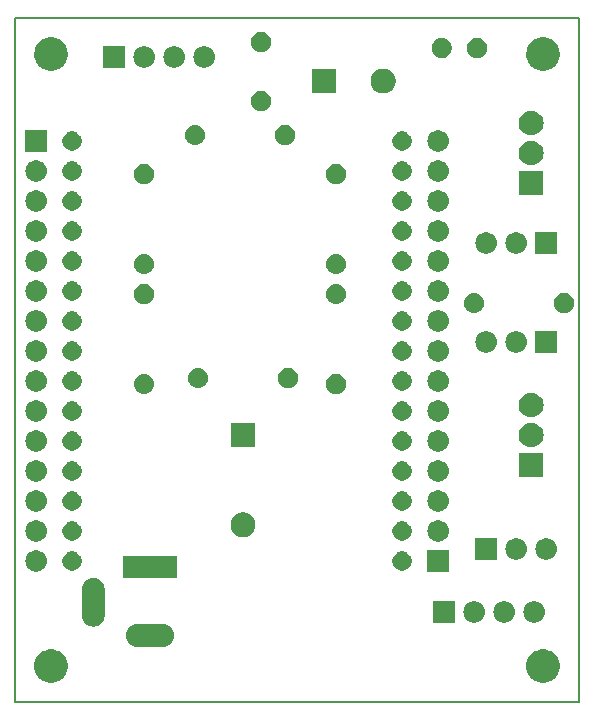
<source format=gbr>
%TF.GenerationSoftware,KiCad,Pcbnew,5.0.2-bee76a0~70~ubuntu18.04.1*%
%TF.CreationDate,2019-10-12T22:45:17+02:00*%
%TF.ProjectId,ESP8266-LolinV3-Lamp,45535038-3236-4362-9d4c-6f6c696e5633,1.0*%
%TF.SameCoordinates,Original*%
%TF.FileFunction,Soldermask,Top*%
%TF.FilePolarity,Negative*%
%FSLAX46Y46*%
G04 Gerber Fmt 4.6, Leading zero omitted, Abs format (unit mm)*
G04 Created by KiCad (PCBNEW 5.0.2-bee76a0~70~ubuntu18.04.1) date sab 12 ott 2019 22:45:17 CEST*
%MOMM*%
%LPD*%
G01*
G04 APERTURE LIST*
%ADD10C,0.150000*%
G04 APERTURE END LIST*
D10*
X187198000Y-48768000D02*
X187198000Y-106680000D01*
X139446000Y-106680000D02*
X187198000Y-106680000D01*
X139446000Y-48768000D02*
X187198000Y-48768000D01*
X139446000Y-106680000D02*
X139446000Y-48768000D01*
G36*
X184468433Y-102266893D02*
X184558657Y-102284839D01*
X184664267Y-102328585D01*
X184813621Y-102390449D01*
X185043089Y-102543774D01*
X185238226Y-102738911D01*
X185391551Y-102968379D01*
X185497161Y-103223344D01*
X185551000Y-103494012D01*
X185551000Y-103769988D01*
X185497161Y-104040656D01*
X185391551Y-104295621D01*
X185238226Y-104525089D01*
X185043089Y-104720226D01*
X184813621Y-104873551D01*
X184664267Y-104935415D01*
X184558657Y-104979161D01*
X184468433Y-104997107D01*
X184287988Y-105033000D01*
X184012012Y-105033000D01*
X183831567Y-104997107D01*
X183741343Y-104979161D01*
X183635733Y-104935415D01*
X183486379Y-104873551D01*
X183256911Y-104720226D01*
X183061774Y-104525089D01*
X182908449Y-104295621D01*
X182802839Y-104040656D01*
X182749000Y-103769988D01*
X182749000Y-103494012D01*
X182802839Y-103223344D01*
X182908449Y-102968379D01*
X183061774Y-102738911D01*
X183256911Y-102543774D01*
X183486379Y-102390449D01*
X183635733Y-102328585D01*
X183741343Y-102284839D01*
X183831567Y-102266893D01*
X184012012Y-102231000D01*
X184287988Y-102231000D01*
X184468433Y-102266893D01*
X184468433Y-102266893D01*
G37*
G36*
X142812433Y-102266893D02*
X142902657Y-102284839D01*
X143008267Y-102328585D01*
X143157621Y-102390449D01*
X143387089Y-102543774D01*
X143582226Y-102738911D01*
X143735551Y-102968379D01*
X143841161Y-103223344D01*
X143895000Y-103494012D01*
X143895000Y-103769988D01*
X143841161Y-104040656D01*
X143735551Y-104295621D01*
X143582226Y-104525089D01*
X143387089Y-104720226D01*
X143157621Y-104873551D01*
X143008267Y-104935415D01*
X142902657Y-104979161D01*
X142812433Y-104997107D01*
X142631988Y-105033000D01*
X142356012Y-105033000D01*
X142175567Y-104997107D01*
X142085343Y-104979161D01*
X141979733Y-104935415D01*
X141830379Y-104873551D01*
X141600911Y-104720226D01*
X141405774Y-104525089D01*
X141252449Y-104295621D01*
X141146839Y-104040656D01*
X141093000Y-103769988D01*
X141093000Y-103494012D01*
X141146839Y-103223344D01*
X141252449Y-102968379D01*
X141405774Y-102738911D01*
X141600911Y-102543774D01*
X141830379Y-102390449D01*
X141979733Y-102328585D01*
X142085343Y-102284839D01*
X142175567Y-102266893D01*
X142356012Y-102231000D01*
X142631988Y-102231000D01*
X142812433Y-102266893D01*
X142812433Y-102266893D01*
G37*
G36*
X152162425Y-100112760D02*
X152162428Y-100112761D01*
X152162429Y-100112761D01*
X152341693Y-100167140D01*
X152341695Y-100167141D01*
X152506905Y-100255448D01*
X152651712Y-100374288D01*
X152770552Y-100519095D01*
X152858859Y-100684305D01*
X152913240Y-100863575D01*
X152931601Y-101050000D01*
X152913240Y-101236425D01*
X152858859Y-101415695D01*
X152770552Y-101580905D01*
X152651712Y-101725712D01*
X152506905Y-101844552D01*
X152506903Y-101844553D01*
X152341693Y-101932860D01*
X152162429Y-101987239D01*
X152162428Y-101987239D01*
X152162425Y-101987240D01*
X152022718Y-102001000D01*
X149729282Y-102001000D01*
X149589575Y-101987240D01*
X149589572Y-101987239D01*
X149589571Y-101987239D01*
X149410307Y-101932860D01*
X149245097Y-101844553D01*
X149245095Y-101844552D01*
X149100288Y-101725712D01*
X148981448Y-101580905D01*
X148893141Y-101415695D01*
X148838760Y-101236425D01*
X148820399Y-101050000D01*
X148838760Y-100863575D01*
X148893141Y-100684305D01*
X148981448Y-100519095D01*
X149100288Y-100374288D01*
X149245095Y-100255448D01*
X149410305Y-100167141D01*
X149410307Y-100167140D01*
X149589571Y-100112761D01*
X149589572Y-100112761D01*
X149589575Y-100112760D01*
X149729282Y-100099000D01*
X152022718Y-100099000D01*
X152162425Y-100112760D01*
X152162425Y-100112760D01*
G37*
G36*
X146262424Y-96212760D02*
X146262427Y-96212761D01*
X146262428Y-96212761D01*
X146441692Y-96267140D01*
X146441694Y-96267141D01*
X146441697Y-96267142D01*
X146606904Y-96355446D01*
X146751712Y-96474288D01*
X146870552Y-96619095D01*
X146958859Y-96784305D01*
X147013240Y-96963575D01*
X147027000Y-97103282D01*
X147027000Y-99396718D01*
X147013240Y-99536425D01*
X147013239Y-99536428D01*
X147013239Y-99536429D01*
X147005182Y-99562991D01*
X146958859Y-99715695D01*
X146870552Y-99880905D01*
X146751712Y-100025712D01*
X146606905Y-100144552D01*
X146606903Y-100144553D01*
X146441693Y-100232860D01*
X146262429Y-100287239D01*
X146262428Y-100287239D01*
X146262425Y-100287240D01*
X146076000Y-100305601D01*
X145889576Y-100287240D01*
X145889573Y-100287239D01*
X145889572Y-100287239D01*
X145710308Y-100232860D01*
X145545098Y-100144553D01*
X145545096Y-100144552D01*
X145400289Y-100025712D01*
X145281449Y-99880905D01*
X145193142Y-99715695D01*
X145146820Y-99562991D01*
X145138762Y-99536429D01*
X145138762Y-99536428D01*
X145138761Y-99536425D01*
X145125001Y-99396718D01*
X145125000Y-97103283D01*
X145138760Y-96963576D01*
X145138761Y-96963572D01*
X145193140Y-96784308D01*
X145193141Y-96784306D01*
X145193142Y-96784303D01*
X145281446Y-96619096D01*
X145400288Y-96474288D01*
X145545095Y-96355448D01*
X145710305Y-96267141D01*
X145710307Y-96267140D01*
X145889571Y-96212761D01*
X145889572Y-96212761D01*
X145889575Y-96212760D01*
X146076000Y-96194399D01*
X146262424Y-96212760D01*
X146262424Y-96212760D01*
G37*
G36*
X180958443Y-98165519D02*
X181024627Y-98172037D01*
X181137853Y-98206384D01*
X181194467Y-98223557D01*
X181333087Y-98297652D01*
X181350991Y-98307222D01*
X181386729Y-98336552D01*
X181488186Y-98419814D01*
X181571448Y-98521271D01*
X181600778Y-98557009D01*
X181600779Y-98557011D01*
X181684443Y-98713533D01*
X181684443Y-98713534D01*
X181735963Y-98883373D01*
X181753359Y-99060000D01*
X181735963Y-99236627D01*
X181701616Y-99349853D01*
X181684443Y-99406467D01*
X181614978Y-99536425D01*
X181600778Y-99562991D01*
X181571448Y-99598729D01*
X181488186Y-99700186D01*
X181386729Y-99783448D01*
X181350991Y-99812778D01*
X181350989Y-99812779D01*
X181194467Y-99896443D01*
X181137853Y-99913616D01*
X181024627Y-99947963D01*
X180958443Y-99954481D01*
X180892260Y-99961000D01*
X180803740Y-99961000D01*
X180737557Y-99954481D01*
X180671373Y-99947963D01*
X180558147Y-99913616D01*
X180501533Y-99896443D01*
X180345011Y-99812779D01*
X180345009Y-99812778D01*
X180309271Y-99783448D01*
X180207814Y-99700186D01*
X180124552Y-99598729D01*
X180095222Y-99562991D01*
X180081022Y-99536425D01*
X180011557Y-99406467D01*
X179994384Y-99349853D01*
X179960037Y-99236627D01*
X179942641Y-99060000D01*
X179960037Y-98883373D01*
X180011557Y-98713534D01*
X180011557Y-98713533D01*
X180095221Y-98557011D01*
X180095222Y-98557009D01*
X180124552Y-98521271D01*
X180207814Y-98419814D01*
X180309271Y-98336552D01*
X180345009Y-98307222D01*
X180362913Y-98297652D01*
X180501533Y-98223557D01*
X180558147Y-98206384D01*
X180671373Y-98172037D01*
X180737557Y-98165519D01*
X180803740Y-98159000D01*
X180892260Y-98159000D01*
X180958443Y-98165519D01*
X180958443Y-98165519D01*
G37*
G36*
X178418443Y-98165519D02*
X178484627Y-98172037D01*
X178597853Y-98206384D01*
X178654467Y-98223557D01*
X178793087Y-98297652D01*
X178810991Y-98307222D01*
X178846729Y-98336552D01*
X178948186Y-98419814D01*
X179031448Y-98521271D01*
X179060778Y-98557009D01*
X179060779Y-98557011D01*
X179144443Y-98713533D01*
X179144443Y-98713534D01*
X179195963Y-98883373D01*
X179213359Y-99060000D01*
X179195963Y-99236627D01*
X179161616Y-99349853D01*
X179144443Y-99406467D01*
X179074978Y-99536425D01*
X179060778Y-99562991D01*
X179031448Y-99598729D01*
X178948186Y-99700186D01*
X178846729Y-99783448D01*
X178810991Y-99812778D01*
X178810989Y-99812779D01*
X178654467Y-99896443D01*
X178597853Y-99913616D01*
X178484627Y-99947963D01*
X178418443Y-99954481D01*
X178352260Y-99961000D01*
X178263740Y-99961000D01*
X178197557Y-99954481D01*
X178131373Y-99947963D01*
X178018147Y-99913616D01*
X177961533Y-99896443D01*
X177805011Y-99812779D01*
X177805009Y-99812778D01*
X177769271Y-99783448D01*
X177667814Y-99700186D01*
X177584552Y-99598729D01*
X177555222Y-99562991D01*
X177541022Y-99536425D01*
X177471557Y-99406467D01*
X177454384Y-99349853D01*
X177420037Y-99236627D01*
X177402641Y-99060000D01*
X177420037Y-98883373D01*
X177471557Y-98713534D01*
X177471557Y-98713533D01*
X177555221Y-98557011D01*
X177555222Y-98557009D01*
X177584552Y-98521271D01*
X177667814Y-98419814D01*
X177769271Y-98336552D01*
X177805009Y-98307222D01*
X177822913Y-98297652D01*
X177961533Y-98223557D01*
X178018147Y-98206384D01*
X178131373Y-98172037D01*
X178197557Y-98165519D01*
X178263740Y-98159000D01*
X178352260Y-98159000D01*
X178418443Y-98165519D01*
X178418443Y-98165519D01*
G37*
G36*
X176669000Y-99961000D02*
X174867000Y-99961000D01*
X174867000Y-98159000D01*
X176669000Y-98159000D01*
X176669000Y-99961000D01*
X176669000Y-99961000D01*
G37*
G36*
X183498443Y-98165519D02*
X183564627Y-98172037D01*
X183677853Y-98206384D01*
X183734467Y-98223557D01*
X183873087Y-98297652D01*
X183890991Y-98307222D01*
X183926729Y-98336552D01*
X184028186Y-98419814D01*
X184111448Y-98521271D01*
X184140778Y-98557009D01*
X184140779Y-98557011D01*
X184224443Y-98713533D01*
X184224443Y-98713534D01*
X184275963Y-98883373D01*
X184293359Y-99060000D01*
X184275963Y-99236627D01*
X184241616Y-99349853D01*
X184224443Y-99406467D01*
X184154978Y-99536425D01*
X184140778Y-99562991D01*
X184111448Y-99598729D01*
X184028186Y-99700186D01*
X183926729Y-99783448D01*
X183890991Y-99812778D01*
X183890989Y-99812779D01*
X183734467Y-99896443D01*
X183677853Y-99913616D01*
X183564627Y-99947963D01*
X183498443Y-99954481D01*
X183432260Y-99961000D01*
X183343740Y-99961000D01*
X183277557Y-99954481D01*
X183211373Y-99947963D01*
X183098147Y-99913616D01*
X183041533Y-99896443D01*
X182885011Y-99812779D01*
X182885009Y-99812778D01*
X182849271Y-99783448D01*
X182747814Y-99700186D01*
X182664552Y-99598729D01*
X182635222Y-99562991D01*
X182621022Y-99536425D01*
X182551557Y-99406467D01*
X182534384Y-99349853D01*
X182500037Y-99236627D01*
X182482641Y-99060000D01*
X182500037Y-98883373D01*
X182551557Y-98713534D01*
X182551557Y-98713533D01*
X182635221Y-98557011D01*
X182635222Y-98557009D01*
X182664552Y-98521271D01*
X182747814Y-98419814D01*
X182849271Y-98336552D01*
X182885009Y-98307222D01*
X182902913Y-98297652D01*
X183041533Y-98223557D01*
X183098147Y-98206384D01*
X183211373Y-98172037D01*
X183277557Y-98165519D01*
X183343740Y-98159000D01*
X183432260Y-98159000D01*
X183498443Y-98165519D01*
X183498443Y-98165519D01*
G37*
G36*
X153127000Y-96201000D02*
X148625000Y-96201000D01*
X148625000Y-94299000D01*
X153127000Y-94299000D01*
X153127000Y-96201000D01*
X153127000Y-96201000D01*
G37*
G36*
X176161000Y-95643000D02*
X174359000Y-95643000D01*
X174359000Y-93841000D01*
X176161000Y-93841000D01*
X176161000Y-95643000D01*
X176161000Y-95643000D01*
G37*
G36*
X141334443Y-93847519D02*
X141400627Y-93854037D01*
X141513853Y-93888384D01*
X141570467Y-93905557D01*
X141672774Y-93960242D01*
X141726991Y-93989222D01*
X141762729Y-94018552D01*
X141864186Y-94101814D01*
X141947448Y-94203271D01*
X141976778Y-94239009D01*
X141976779Y-94239011D01*
X142060443Y-94395533D01*
X142060443Y-94395534D01*
X142111963Y-94565373D01*
X142129359Y-94742000D01*
X142111963Y-94918627D01*
X142077616Y-95031853D01*
X142060443Y-95088467D01*
X141986348Y-95227087D01*
X141976778Y-95244991D01*
X141947448Y-95280729D01*
X141864186Y-95382186D01*
X141766358Y-95462470D01*
X141726991Y-95494778D01*
X141726989Y-95494779D01*
X141570467Y-95578443D01*
X141513853Y-95595616D01*
X141400627Y-95629963D01*
X141334442Y-95636482D01*
X141268260Y-95643000D01*
X141179740Y-95643000D01*
X141113558Y-95636482D01*
X141047373Y-95629963D01*
X140934147Y-95595616D01*
X140877533Y-95578443D01*
X140721011Y-95494779D01*
X140721009Y-95494778D01*
X140681642Y-95462470D01*
X140583814Y-95382186D01*
X140500552Y-95280729D01*
X140471222Y-95244991D01*
X140461652Y-95227087D01*
X140387557Y-95088467D01*
X140370384Y-95031853D01*
X140336037Y-94918627D01*
X140318641Y-94742000D01*
X140336037Y-94565373D01*
X140387557Y-94395534D01*
X140387557Y-94395533D01*
X140471221Y-94239011D01*
X140471222Y-94239009D01*
X140500552Y-94203271D01*
X140583814Y-94101814D01*
X140685271Y-94018552D01*
X140721009Y-93989222D01*
X140775226Y-93960242D01*
X140877533Y-93905557D01*
X140934147Y-93888384D01*
X141047373Y-93854037D01*
X141113557Y-93847519D01*
X141179740Y-93841000D01*
X141268260Y-93841000D01*
X141334443Y-93847519D01*
X141334443Y-93847519D01*
G37*
G36*
X144509142Y-93960242D02*
X144657102Y-94021530D01*
X144724130Y-94066317D01*
X144790257Y-94110501D01*
X144903499Y-94223743D01*
X144947683Y-94289870D01*
X144992470Y-94356898D01*
X145053758Y-94504858D01*
X145085000Y-94661925D01*
X145085000Y-94822075D01*
X145053758Y-94979142D01*
X145008474Y-95088466D01*
X144992471Y-95127100D01*
X144903499Y-95260257D01*
X144790257Y-95373499D01*
X144724130Y-95417683D01*
X144657102Y-95462470D01*
X144509142Y-95523758D01*
X144352075Y-95555000D01*
X144191925Y-95555000D01*
X144034858Y-95523758D01*
X143886898Y-95462470D01*
X143819870Y-95417683D01*
X143753743Y-95373499D01*
X143640501Y-95260257D01*
X143551529Y-95127100D01*
X143535526Y-95088466D01*
X143490242Y-94979142D01*
X143459000Y-94822075D01*
X143459000Y-94661925D01*
X143490242Y-94504858D01*
X143551530Y-94356898D01*
X143596317Y-94289870D01*
X143640501Y-94223743D01*
X143753743Y-94110501D01*
X143819870Y-94066317D01*
X143886898Y-94021530D01*
X144034858Y-93960242D01*
X144191925Y-93929000D01*
X144352075Y-93929000D01*
X144509142Y-93960242D01*
X144509142Y-93960242D01*
G37*
G36*
X172449142Y-93960242D02*
X172597102Y-94021530D01*
X172664130Y-94066317D01*
X172730257Y-94110501D01*
X172843499Y-94223743D01*
X172887683Y-94289870D01*
X172932470Y-94356898D01*
X172993758Y-94504858D01*
X173025000Y-94661925D01*
X173025000Y-94822075D01*
X172993758Y-94979142D01*
X172948474Y-95088466D01*
X172932471Y-95127100D01*
X172843499Y-95260257D01*
X172730257Y-95373499D01*
X172664130Y-95417683D01*
X172597102Y-95462470D01*
X172449142Y-95523758D01*
X172292075Y-95555000D01*
X172131925Y-95555000D01*
X171974858Y-95523758D01*
X171826898Y-95462470D01*
X171759870Y-95417683D01*
X171693743Y-95373499D01*
X171580501Y-95260257D01*
X171491529Y-95127100D01*
X171475526Y-95088466D01*
X171430242Y-94979142D01*
X171399000Y-94822075D01*
X171399000Y-94661925D01*
X171430242Y-94504858D01*
X171491530Y-94356898D01*
X171536317Y-94289870D01*
X171580501Y-94223743D01*
X171693743Y-94110501D01*
X171759870Y-94066317D01*
X171826898Y-94021530D01*
X171974858Y-93960242D01*
X172131925Y-93929000D01*
X172292075Y-93929000D01*
X172449142Y-93960242D01*
X172449142Y-93960242D01*
G37*
G36*
X180225000Y-94627000D02*
X178423000Y-94627000D01*
X178423000Y-92825000D01*
X180225000Y-92825000D01*
X180225000Y-94627000D01*
X180225000Y-94627000D01*
G37*
G36*
X181974442Y-92831518D02*
X182040627Y-92838037D01*
X182153853Y-92872384D01*
X182210467Y-92889557D01*
X182332485Y-92954778D01*
X182366991Y-92973222D01*
X182379829Y-92983758D01*
X182504186Y-93085814D01*
X182587448Y-93187271D01*
X182616778Y-93223009D01*
X182616779Y-93223011D01*
X182700443Y-93379533D01*
X182700443Y-93379534D01*
X182751963Y-93549373D01*
X182769359Y-93726000D01*
X182751963Y-93902627D01*
X182734485Y-93960243D01*
X182700443Y-94072467D01*
X182626348Y-94211087D01*
X182616778Y-94228991D01*
X182587448Y-94264729D01*
X182504186Y-94366186D01*
X182402729Y-94449448D01*
X182366991Y-94478778D01*
X182366989Y-94478779D01*
X182210467Y-94562443D01*
X182153853Y-94579616D01*
X182040627Y-94613963D01*
X181974443Y-94620481D01*
X181908260Y-94627000D01*
X181819740Y-94627000D01*
X181753557Y-94620481D01*
X181687373Y-94613963D01*
X181574147Y-94579616D01*
X181517533Y-94562443D01*
X181361011Y-94478779D01*
X181361009Y-94478778D01*
X181325271Y-94449448D01*
X181223814Y-94366186D01*
X181140552Y-94264729D01*
X181111222Y-94228991D01*
X181101652Y-94211087D01*
X181027557Y-94072467D01*
X180993515Y-93960243D01*
X180976037Y-93902627D01*
X180958641Y-93726000D01*
X180976037Y-93549373D01*
X181027557Y-93379534D01*
X181027557Y-93379533D01*
X181111221Y-93223011D01*
X181111222Y-93223009D01*
X181140552Y-93187271D01*
X181223814Y-93085814D01*
X181348171Y-92983758D01*
X181361009Y-92973222D01*
X181395515Y-92954778D01*
X181517533Y-92889557D01*
X181574147Y-92872384D01*
X181687373Y-92838037D01*
X181753558Y-92831518D01*
X181819740Y-92825000D01*
X181908260Y-92825000D01*
X181974442Y-92831518D01*
X181974442Y-92831518D01*
G37*
G36*
X184514442Y-92831518D02*
X184580627Y-92838037D01*
X184693853Y-92872384D01*
X184750467Y-92889557D01*
X184872485Y-92954778D01*
X184906991Y-92973222D01*
X184919829Y-92983758D01*
X185044186Y-93085814D01*
X185127448Y-93187271D01*
X185156778Y-93223009D01*
X185156779Y-93223011D01*
X185240443Y-93379533D01*
X185240443Y-93379534D01*
X185291963Y-93549373D01*
X185309359Y-93726000D01*
X185291963Y-93902627D01*
X185274485Y-93960243D01*
X185240443Y-94072467D01*
X185166348Y-94211087D01*
X185156778Y-94228991D01*
X185127448Y-94264729D01*
X185044186Y-94366186D01*
X184942729Y-94449448D01*
X184906991Y-94478778D01*
X184906989Y-94478779D01*
X184750467Y-94562443D01*
X184693853Y-94579616D01*
X184580627Y-94613963D01*
X184514443Y-94620481D01*
X184448260Y-94627000D01*
X184359740Y-94627000D01*
X184293557Y-94620481D01*
X184227373Y-94613963D01*
X184114147Y-94579616D01*
X184057533Y-94562443D01*
X183901011Y-94478779D01*
X183901009Y-94478778D01*
X183865271Y-94449448D01*
X183763814Y-94366186D01*
X183680552Y-94264729D01*
X183651222Y-94228991D01*
X183641652Y-94211087D01*
X183567557Y-94072467D01*
X183533515Y-93960243D01*
X183516037Y-93902627D01*
X183498641Y-93726000D01*
X183516037Y-93549373D01*
X183567557Y-93379534D01*
X183567557Y-93379533D01*
X183651221Y-93223011D01*
X183651222Y-93223009D01*
X183680552Y-93187271D01*
X183763814Y-93085814D01*
X183888171Y-92983758D01*
X183901009Y-92973222D01*
X183935515Y-92954778D01*
X184057533Y-92889557D01*
X184114147Y-92872384D01*
X184227373Y-92838037D01*
X184293558Y-92831518D01*
X184359740Y-92825000D01*
X184448260Y-92825000D01*
X184514442Y-92831518D01*
X184514442Y-92831518D01*
G37*
G36*
X175370443Y-91307519D02*
X175436627Y-91314037D01*
X175549853Y-91348384D01*
X175606467Y-91365557D01*
X175708774Y-91420242D01*
X175762991Y-91449222D01*
X175798729Y-91478552D01*
X175900186Y-91561814D01*
X175983448Y-91663271D01*
X176012778Y-91699009D01*
X176012779Y-91699011D01*
X176096443Y-91855533D01*
X176096443Y-91855534D01*
X176147963Y-92025373D01*
X176165359Y-92202000D01*
X176147963Y-92378627D01*
X176114068Y-92490363D01*
X176096443Y-92548467D01*
X176066019Y-92605385D01*
X176012778Y-92704991D01*
X175996357Y-92725000D01*
X175900186Y-92842186D01*
X175802358Y-92922470D01*
X175762991Y-92954778D01*
X175762989Y-92954779D01*
X175606467Y-93038443D01*
X175549853Y-93055616D01*
X175436627Y-93089963D01*
X175370443Y-93096481D01*
X175304260Y-93103000D01*
X175215740Y-93103000D01*
X175149557Y-93096481D01*
X175083373Y-93089963D01*
X174970147Y-93055616D01*
X174913533Y-93038443D01*
X174757011Y-92954779D01*
X174757009Y-92954778D01*
X174717642Y-92922470D01*
X174619814Y-92842186D01*
X174523643Y-92725000D01*
X174507222Y-92704991D01*
X174453981Y-92605385D01*
X174423557Y-92548467D01*
X174405932Y-92490363D01*
X174372037Y-92378627D01*
X174354641Y-92202000D01*
X174372037Y-92025373D01*
X174423557Y-91855534D01*
X174423557Y-91855533D01*
X174507221Y-91699011D01*
X174507222Y-91699009D01*
X174536552Y-91663271D01*
X174619814Y-91561814D01*
X174721271Y-91478552D01*
X174757009Y-91449222D01*
X174811226Y-91420242D01*
X174913533Y-91365557D01*
X174970147Y-91348384D01*
X175083373Y-91314037D01*
X175149557Y-91307519D01*
X175215740Y-91301000D01*
X175304260Y-91301000D01*
X175370443Y-91307519D01*
X175370443Y-91307519D01*
G37*
G36*
X141334443Y-91307519D02*
X141400627Y-91314037D01*
X141513853Y-91348384D01*
X141570467Y-91365557D01*
X141672774Y-91420242D01*
X141726991Y-91449222D01*
X141762729Y-91478552D01*
X141864186Y-91561814D01*
X141947448Y-91663271D01*
X141976778Y-91699009D01*
X141976779Y-91699011D01*
X142060443Y-91855533D01*
X142060443Y-91855534D01*
X142111963Y-92025373D01*
X142129359Y-92202000D01*
X142111963Y-92378627D01*
X142078068Y-92490363D01*
X142060443Y-92548467D01*
X142030019Y-92605385D01*
X141976778Y-92704991D01*
X141960357Y-92725000D01*
X141864186Y-92842186D01*
X141766358Y-92922470D01*
X141726991Y-92954778D01*
X141726989Y-92954779D01*
X141570467Y-93038443D01*
X141513853Y-93055616D01*
X141400627Y-93089963D01*
X141334443Y-93096481D01*
X141268260Y-93103000D01*
X141179740Y-93103000D01*
X141113557Y-93096481D01*
X141047373Y-93089963D01*
X140934147Y-93055616D01*
X140877533Y-93038443D01*
X140721011Y-92954779D01*
X140721009Y-92954778D01*
X140681642Y-92922470D01*
X140583814Y-92842186D01*
X140487643Y-92725000D01*
X140471222Y-92704991D01*
X140417981Y-92605385D01*
X140387557Y-92548467D01*
X140369932Y-92490363D01*
X140336037Y-92378627D01*
X140318641Y-92202000D01*
X140336037Y-92025373D01*
X140387557Y-91855534D01*
X140387557Y-91855533D01*
X140471221Y-91699011D01*
X140471222Y-91699009D01*
X140500552Y-91663271D01*
X140583814Y-91561814D01*
X140685271Y-91478552D01*
X140721009Y-91449222D01*
X140775226Y-91420242D01*
X140877533Y-91365557D01*
X140934147Y-91348384D01*
X141047373Y-91314037D01*
X141113557Y-91307519D01*
X141179740Y-91301000D01*
X141268260Y-91301000D01*
X141334443Y-91307519D01*
X141334443Y-91307519D01*
G37*
G36*
X144509142Y-91420242D02*
X144657102Y-91481530D01*
X144724130Y-91526317D01*
X144790257Y-91570501D01*
X144903499Y-91683743D01*
X144947683Y-91749870D01*
X144992470Y-91816898D01*
X145053758Y-91964858D01*
X145085000Y-92121925D01*
X145085000Y-92282075D01*
X145053758Y-92439142D01*
X144992470Y-92587102D01*
X144947683Y-92654130D01*
X144903499Y-92720257D01*
X144790257Y-92833499D01*
X144724130Y-92877683D01*
X144657102Y-92922470D01*
X144509142Y-92983758D01*
X144352075Y-93015000D01*
X144191925Y-93015000D01*
X144034858Y-92983758D01*
X143886898Y-92922470D01*
X143819870Y-92877683D01*
X143753743Y-92833499D01*
X143640501Y-92720257D01*
X143596317Y-92654130D01*
X143551530Y-92587102D01*
X143490242Y-92439142D01*
X143459000Y-92282075D01*
X143459000Y-92121925D01*
X143490242Y-91964858D01*
X143551530Y-91816898D01*
X143596317Y-91749870D01*
X143640501Y-91683743D01*
X143753743Y-91570501D01*
X143819870Y-91526317D01*
X143886898Y-91481530D01*
X144034858Y-91420242D01*
X144191925Y-91389000D01*
X144352075Y-91389000D01*
X144509142Y-91420242D01*
X144509142Y-91420242D01*
G37*
G36*
X172449142Y-91420242D02*
X172597102Y-91481530D01*
X172664130Y-91526317D01*
X172730257Y-91570501D01*
X172843499Y-91683743D01*
X172887683Y-91749870D01*
X172932470Y-91816898D01*
X172993758Y-91964858D01*
X173025000Y-92121925D01*
X173025000Y-92282075D01*
X172993758Y-92439142D01*
X172932470Y-92587102D01*
X172887683Y-92654130D01*
X172843499Y-92720257D01*
X172730257Y-92833499D01*
X172664130Y-92877683D01*
X172597102Y-92922470D01*
X172449142Y-92983758D01*
X172292075Y-93015000D01*
X172131925Y-93015000D01*
X171974858Y-92983758D01*
X171826898Y-92922470D01*
X171759870Y-92877683D01*
X171693743Y-92833499D01*
X171580501Y-92720257D01*
X171536317Y-92654130D01*
X171491530Y-92587102D01*
X171430242Y-92439142D01*
X171399000Y-92282075D01*
X171399000Y-92121925D01*
X171430242Y-91964858D01*
X171491530Y-91816898D01*
X171536317Y-91749870D01*
X171580501Y-91683743D01*
X171693743Y-91570501D01*
X171759870Y-91526317D01*
X171826898Y-91481530D01*
X171974858Y-91420242D01*
X172131925Y-91389000D01*
X172292075Y-91389000D01*
X172449142Y-91420242D01*
X172449142Y-91420242D01*
G37*
G36*
X159056565Y-90663389D02*
X159247834Y-90742615D01*
X159419976Y-90857637D01*
X159566363Y-91004024D01*
X159681385Y-91176166D01*
X159760611Y-91367435D01*
X159801000Y-91570484D01*
X159801000Y-91777516D01*
X159760611Y-91980565D01*
X159681385Y-92171834D01*
X159566363Y-92343976D01*
X159419976Y-92490363D01*
X159247834Y-92605385D01*
X159056565Y-92684611D01*
X158853516Y-92725000D01*
X158646484Y-92725000D01*
X158443435Y-92684611D01*
X158252166Y-92605385D01*
X158080024Y-92490363D01*
X157933637Y-92343976D01*
X157818615Y-92171834D01*
X157739389Y-91980565D01*
X157699000Y-91777516D01*
X157699000Y-91570484D01*
X157739389Y-91367435D01*
X157818615Y-91176166D01*
X157933637Y-91004024D01*
X158080024Y-90857637D01*
X158252166Y-90742615D01*
X158443435Y-90663389D01*
X158646484Y-90623000D01*
X158853516Y-90623000D01*
X159056565Y-90663389D01*
X159056565Y-90663389D01*
G37*
G36*
X175370442Y-88767518D02*
X175436627Y-88774037D01*
X175549853Y-88808384D01*
X175606467Y-88825557D01*
X175708774Y-88880242D01*
X175762991Y-88909222D01*
X175798729Y-88938552D01*
X175900186Y-89021814D01*
X175983448Y-89123271D01*
X176012778Y-89159009D01*
X176012779Y-89159011D01*
X176096443Y-89315533D01*
X176096443Y-89315534D01*
X176147963Y-89485373D01*
X176165359Y-89662000D01*
X176147963Y-89838627D01*
X176113616Y-89951853D01*
X176096443Y-90008467D01*
X176022348Y-90147087D01*
X176012778Y-90164991D01*
X175983448Y-90200729D01*
X175900186Y-90302186D01*
X175802358Y-90382470D01*
X175762991Y-90414778D01*
X175762989Y-90414779D01*
X175606467Y-90498443D01*
X175549853Y-90515616D01*
X175436627Y-90549963D01*
X175370442Y-90556482D01*
X175304260Y-90563000D01*
X175215740Y-90563000D01*
X175149558Y-90556482D01*
X175083373Y-90549963D01*
X174970147Y-90515616D01*
X174913533Y-90498443D01*
X174757011Y-90414779D01*
X174757009Y-90414778D01*
X174717642Y-90382470D01*
X174619814Y-90302186D01*
X174536552Y-90200729D01*
X174507222Y-90164991D01*
X174497652Y-90147087D01*
X174423557Y-90008467D01*
X174406384Y-89951853D01*
X174372037Y-89838627D01*
X174354641Y-89662000D01*
X174372037Y-89485373D01*
X174423557Y-89315534D01*
X174423557Y-89315533D01*
X174507221Y-89159011D01*
X174507222Y-89159009D01*
X174536552Y-89123271D01*
X174619814Y-89021814D01*
X174721271Y-88938552D01*
X174757009Y-88909222D01*
X174811226Y-88880242D01*
X174913533Y-88825557D01*
X174970147Y-88808384D01*
X175083373Y-88774037D01*
X175149558Y-88767518D01*
X175215740Y-88761000D01*
X175304260Y-88761000D01*
X175370442Y-88767518D01*
X175370442Y-88767518D01*
G37*
G36*
X141334442Y-88767518D02*
X141400627Y-88774037D01*
X141513853Y-88808384D01*
X141570467Y-88825557D01*
X141672774Y-88880242D01*
X141726991Y-88909222D01*
X141762729Y-88938552D01*
X141864186Y-89021814D01*
X141947448Y-89123271D01*
X141976778Y-89159009D01*
X141976779Y-89159011D01*
X142060443Y-89315533D01*
X142060443Y-89315534D01*
X142111963Y-89485373D01*
X142129359Y-89662000D01*
X142111963Y-89838627D01*
X142077616Y-89951853D01*
X142060443Y-90008467D01*
X141986348Y-90147087D01*
X141976778Y-90164991D01*
X141947448Y-90200729D01*
X141864186Y-90302186D01*
X141766358Y-90382470D01*
X141726991Y-90414778D01*
X141726989Y-90414779D01*
X141570467Y-90498443D01*
X141513853Y-90515616D01*
X141400627Y-90549963D01*
X141334442Y-90556482D01*
X141268260Y-90563000D01*
X141179740Y-90563000D01*
X141113558Y-90556482D01*
X141047373Y-90549963D01*
X140934147Y-90515616D01*
X140877533Y-90498443D01*
X140721011Y-90414779D01*
X140721009Y-90414778D01*
X140681642Y-90382470D01*
X140583814Y-90302186D01*
X140500552Y-90200729D01*
X140471222Y-90164991D01*
X140461652Y-90147087D01*
X140387557Y-90008467D01*
X140370384Y-89951853D01*
X140336037Y-89838627D01*
X140318641Y-89662000D01*
X140336037Y-89485373D01*
X140387557Y-89315534D01*
X140387557Y-89315533D01*
X140471221Y-89159011D01*
X140471222Y-89159009D01*
X140500552Y-89123271D01*
X140583814Y-89021814D01*
X140685271Y-88938552D01*
X140721009Y-88909222D01*
X140775226Y-88880242D01*
X140877533Y-88825557D01*
X140934147Y-88808384D01*
X141047373Y-88774037D01*
X141113558Y-88767518D01*
X141179740Y-88761000D01*
X141268260Y-88761000D01*
X141334442Y-88767518D01*
X141334442Y-88767518D01*
G37*
G36*
X172449142Y-88880242D02*
X172597102Y-88941530D01*
X172664130Y-88986317D01*
X172730257Y-89030501D01*
X172843499Y-89143743D01*
X172887683Y-89209870D01*
X172932470Y-89276898D01*
X172993758Y-89424858D01*
X173025000Y-89581925D01*
X173025000Y-89742075D01*
X172993758Y-89899142D01*
X172948474Y-90008466D01*
X172932471Y-90047100D01*
X172843499Y-90180257D01*
X172730257Y-90293499D01*
X172664130Y-90337683D01*
X172597102Y-90382470D01*
X172449142Y-90443758D01*
X172292075Y-90475000D01*
X172131925Y-90475000D01*
X171974858Y-90443758D01*
X171826898Y-90382470D01*
X171759870Y-90337683D01*
X171693743Y-90293499D01*
X171580501Y-90180257D01*
X171491529Y-90047100D01*
X171475526Y-90008466D01*
X171430242Y-89899142D01*
X171399000Y-89742075D01*
X171399000Y-89581925D01*
X171430242Y-89424858D01*
X171491530Y-89276898D01*
X171536317Y-89209870D01*
X171580501Y-89143743D01*
X171693743Y-89030501D01*
X171759870Y-88986317D01*
X171826898Y-88941530D01*
X171974858Y-88880242D01*
X172131925Y-88849000D01*
X172292075Y-88849000D01*
X172449142Y-88880242D01*
X172449142Y-88880242D01*
G37*
G36*
X144509142Y-88880242D02*
X144657102Y-88941530D01*
X144724130Y-88986317D01*
X144790257Y-89030501D01*
X144903499Y-89143743D01*
X144947683Y-89209870D01*
X144992470Y-89276898D01*
X145053758Y-89424858D01*
X145085000Y-89581925D01*
X145085000Y-89742075D01*
X145053758Y-89899142D01*
X145008474Y-90008466D01*
X144992471Y-90047100D01*
X144903499Y-90180257D01*
X144790257Y-90293499D01*
X144724130Y-90337683D01*
X144657102Y-90382470D01*
X144509142Y-90443758D01*
X144352075Y-90475000D01*
X144191925Y-90475000D01*
X144034858Y-90443758D01*
X143886898Y-90382470D01*
X143819870Y-90337683D01*
X143753743Y-90293499D01*
X143640501Y-90180257D01*
X143551529Y-90047100D01*
X143535526Y-90008466D01*
X143490242Y-89899142D01*
X143459000Y-89742075D01*
X143459000Y-89581925D01*
X143490242Y-89424858D01*
X143551530Y-89276898D01*
X143596317Y-89209870D01*
X143640501Y-89143743D01*
X143753743Y-89030501D01*
X143819870Y-88986317D01*
X143886898Y-88941530D01*
X144034858Y-88880242D01*
X144191925Y-88849000D01*
X144352075Y-88849000D01*
X144509142Y-88880242D01*
X144509142Y-88880242D01*
G37*
G36*
X175370443Y-86227519D02*
X175436627Y-86234037D01*
X175549853Y-86268384D01*
X175606467Y-86285557D01*
X175708774Y-86340242D01*
X175762991Y-86369222D01*
X175798729Y-86398552D01*
X175900186Y-86481814D01*
X175983448Y-86583271D01*
X176012778Y-86619009D01*
X176012779Y-86619011D01*
X176096443Y-86775533D01*
X176096443Y-86775534D01*
X176147963Y-86945373D01*
X176165359Y-87122000D01*
X176147963Y-87298627D01*
X176113616Y-87411853D01*
X176096443Y-87468467D01*
X176022348Y-87607087D01*
X176012778Y-87624991D01*
X175983448Y-87660729D01*
X175900186Y-87762186D01*
X175802358Y-87842470D01*
X175762991Y-87874778D01*
X175762989Y-87874779D01*
X175606467Y-87958443D01*
X175549853Y-87975616D01*
X175436627Y-88009963D01*
X175370443Y-88016481D01*
X175304260Y-88023000D01*
X175215740Y-88023000D01*
X175149557Y-88016481D01*
X175083373Y-88009963D01*
X174970147Y-87975616D01*
X174913533Y-87958443D01*
X174757011Y-87874779D01*
X174757009Y-87874778D01*
X174717642Y-87842470D01*
X174619814Y-87762186D01*
X174536552Y-87660729D01*
X174507222Y-87624991D01*
X174497652Y-87607087D01*
X174423557Y-87468467D01*
X174406384Y-87411853D01*
X174372037Y-87298627D01*
X174354641Y-87122000D01*
X174372037Y-86945373D01*
X174423557Y-86775534D01*
X174423557Y-86775533D01*
X174507221Y-86619011D01*
X174507222Y-86619009D01*
X174536552Y-86583271D01*
X174619814Y-86481814D01*
X174721271Y-86398552D01*
X174757009Y-86369222D01*
X174811226Y-86340242D01*
X174913533Y-86285557D01*
X174970147Y-86268384D01*
X175083373Y-86234037D01*
X175149557Y-86227519D01*
X175215740Y-86221000D01*
X175304260Y-86221000D01*
X175370443Y-86227519D01*
X175370443Y-86227519D01*
G37*
G36*
X141334443Y-86227519D02*
X141400627Y-86234037D01*
X141513853Y-86268384D01*
X141570467Y-86285557D01*
X141672774Y-86340242D01*
X141726991Y-86369222D01*
X141762729Y-86398552D01*
X141864186Y-86481814D01*
X141947448Y-86583271D01*
X141976778Y-86619009D01*
X141976779Y-86619011D01*
X142060443Y-86775533D01*
X142060443Y-86775534D01*
X142111963Y-86945373D01*
X142129359Y-87122000D01*
X142111963Y-87298627D01*
X142077616Y-87411853D01*
X142060443Y-87468467D01*
X141986348Y-87607087D01*
X141976778Y-87624991D01*
X141947448Y-87660729D01*
X141864186Y-87762186D01*
X141766358Y-87842470D01*
X141726991Y-87874778D01*
X141726989Y-87874779D01*
X141570467Y-87958443D01*
X141513853Y-87975616D01*
X141400627Y-88009963D01*
X141334443Y-88016481D01*
X141268260Y-88023000D01*
X141179740Y-88023000D01*
X141113557Y-88016481D01*
X141047373Y-88009963D01*
X140934147Y-87975616D01*
X140877533Y-87958443D01*
X140721011Y-87874779D01*
X140721009Y-87874778D01*
X140681642Y-87842470D01*
X140583814Y-87762186D01*
X140500552Y-87660729D01*
X140471222Y-87624991D01*
X140461652Y-87607087D01*
X140387557Y-87468467D01*
X140370384Y-87411853D01*
X140336037Y-87298627D01*
X140318641Y-87122000D01*
X140336037Y-86945373D01*
X140387557Y-86775534D01*
X140387557Y-86775533D01*
X140471221Y-86619011D01*
X140471222Y-86619009D01*
X140500552Y-86583271D01*
X140583814Y-86481814D01*
X140685271Y-86398552D01*
X140721009Y-86369222D01*
X140775226Y-86340242D01*
X140877533Y-86285557D01*
X140934147Y-86268384D01*
X141047373Y-86234037D01*
X141113557Y-86227519D01*
X141179740Y-86221000D01*
X141268260Y-86221000D01*
X141334443Y-86227519D01*
X141334443Y-86227519D01*
G37*
G36*
X172449142Y-86340242D02*
X172597102Y-86401530D01*
X172664130Y-86446317D01*
X172730257Y-86490501D01*
X172843499Y-86603743D01*
X172887683Y-86669870D01*
X172932470Y-86736898D01*
X172993758Y-86884858D01*
X173025000Y-87041925D01*
X173025000Y-87202075D01*
X172993758Y-87359142D01*
X172948474Y-87468466D01*
X172932471Y-87507100D01*
X172843499Y-87640257D01*
X172730257Y-87753499D01*
X172664130Y-87797683D01*
X172597102Y-87842470D01*
X172449142Y-87903758D01*
X172292075Y-87935000D01*
X172131925Y-87935000D01*
X171974858Y-87903758D01*
X171826898Y-87842470D01*
X171759870Y-87797683D01*
X171693743Y-87753499D01*
X171580501Y-87640257D01*
X171491529Y-87507100D01*
X171475526Y-87468466D01*
X171430242Y-87359142D01*
X171399000Y-87202075D01*
X171399000Y-87041925D01*
X171430242Y-86884858D01*
X171491530Y-86736898D01*
X171536317Y-86669870D01*
X171580501Y-86603743D01*
X171693743Y-86490501D01*
X171759870Y-86446317D01*
X171826898Y-86401530D01*
X171974858Y-86340242D01*
X172131925Y-86309000D01*
X172292075Y-86309000D01*
X172449142Y-86340242D01*
X172449142Y-86340242D01*
G37*
G36*
X144509142Y-86340242D02*
X144657102Y-86401530D01*
X144724130Y-86446317D01*
X144790257Y-86490501D01*
X144903499Y-86603743D01*
X144947683Y-86669870D01*
X144992470Y-86736898D01*
X145053758Y-86884858D01*
X145085000Y-87041925D01*
X145085000Y-87202075D01*
X145053758Y-87359142D01*
X145008474Y-87468466D01*
X144992471Y-87507100D01*
X144903499Y-87640257D01*
X144790257Y-87753499D01*
X144724130Y-87797683D01*
X144657102Y-87842470D01*
X144509142Y-87903758D01*
X144352075Y-87935000D01*
X144191925Y-87935000D01*
X144034858Y-87903758D01*
X143886898Y-87842470D01*
X143819870Y-87797683D01*
X143753743Y-87753499D01*
X143640501Y-87640257D01*
X143551529Y-87507100D01*
X143535526Y-87468466D01*
X143490242Y-87359142D01*
X143459000Y-87202075D01*
X143459000Y-87041925D01*
X143490242Y-86884858D01*
X143551530Y-86736898D01*
X143596317Y-86669870D01*
X143640501Y-86603743D01*
X143753743Y-86490501D01*
X143819870Y-86446317D01*
X143886898Y-86401530D01*
X144034858Y-86340242D01*
X144191925Y-86309000D01*
X144352075Y-86309000D01*
X144509142Y-86340242D01*
X144509142Y-86340242D01*
G37*
G36*
X184185000Y-87617500D02*
X182083000Y-87617500D01*
X182083000Y-85610500D01*
X184185000Y-85610500D01*
X184185000Y-87617500D01*
X184185000Y-87617500D01*
G37*
G36*
X175370443Y-83687519D02*
X175436627Y-83694037D01*
X175549853Y-83728384D01*
X175606467Y-83745557D01*
X175708774Y-83800242D01*
X175762991Y-83829222D01*
X175798729Y-83858552D01*
X175900186Y-83941814D01*
X175983448Y-84043271D01*
X176012778Y-84079009D01*
X176012779Y-84079011D01*
X176096443Y-84235533D01*
X176096443Y-84235534D01*
X176147963Y-84405373D01*
X176165359Y-84582000D01*
X176147963Y-84758627D01*
X176113616Y-84871853D01*
X176096443Y-84928467D01*
X176055214Y-85005599D01*
X176012778Y-85084991D01*
X175983448Y-85120729D01*
X175900186Y-85222186D01*
X175802358Y-85302470D01*
X175762991Y-85334778D01*
X175762989Y-85334779D01*
X175606467Y-85418443D01*
X175549853Y-85435616D01*
X175436627Y-85469963D01*
X175370442Y-85476482D01*
X175304260Y-85483000D01*
X175215740Y-85483000D01*
X175149558Y-85476482D01*
X175083373Y-85469963D01*
X174970147Y-85435616D01*
X174913533Y-85418443D01*
X174757011Y-85334779D01*
X174757009Y-85334778D01*
X174717642Y-85302470D01*
X174619814Y-85222186D01*
X174536552Y-85120729D01*
X174507222Y-85084991D01*
X174464786Y-85005599D01*
X174423557Y-84928467D01*
X174406384Y-84871853D01*
X174372037Y-84758627D01*
X174354641Y-84582000D01*
X174372037Y-84405373D01*
X174423557Y-84235534D01*
X174423557Y-84235533D01*
X174507221Y-84079011D01*
X174507222Y-84079009D01*
X174536552Y-84043271D01*
X174619814Y-83941814D01*
X174721271Y-83858552D01*
X174757009Y-83829222D01*
X174811226Y-83800242D01*
X174913533Y-83745557D01*
X174970147Y-83728384D01*
X175083373Y-83694037D01*
X175149557Y-83687519D01*
X175215740Y-83681000D01*
X175304260Y-83681000D01*
X175370443Y-83687519D01*
X175370443Y-83687519D01*
G37*
G36*
X141334443Y-83687519D02*
X141400627Y-83694037D01*
X141513853Y-83728384D01*
X141570467Y-83745557D01*
X141672774Y-83800242D01*
X141726991Y-83829222D01*
X141762729Y-83858552D01*
X141864186Y-83941814D01*
X141947448Y-84043271D01*
X141976778Y-84079009D01*
X141976779Y-84079011D01*
X142060443Y-84235533D01*
X142060443Y-84235534D01*
X142111963Y-84405373D01*
X142129359Y-84582000D01*
X142111963Y-84758627D01*
X142077616Y-84871853D01*
X142060443Y-84928467D01*
X142019214Y-85005599D01*
X141976778Y-85084991D01*
X141947448Y-85120729D01*
X141864186Y-85222186D01*
X141766358Y-85302470D01*
X141726991Y-85334778D01*
X141726989Y-85334779D01*
X141570467Y-85418443D01*
X141513853Y-85435616D01*
X141400627Y-85469963D01*
X141334442Y-85476482D01*
X141268260Y-85483000D01*
X141179740Y-85483000D01*
X141113558Y-85476482D01*
X141047373Y-85469963D01*
X140934147Y-85435616D01*
X140877533Y-85418443D01*
X140721011Y-85334779D01*
X140721009Y-85334778D01*
X140681642Y-85302470D01*
X140583814Y-85222186D01*
X140500552Y-85120729D01*
X140471222Y-85084991D01*
X140428786Y-85005599D01*
X140387557Y-84928467D01*
X140370384Y-84871853D01*
X140336037Y-84758627D01*
X140318641Y-84582000D01*
X140336037Y-84405373D01*
X140387557Y-84235534D01*
X140387557Y-84235533D01*
X140471221Y-84079011D01*
X140471222Y-84079009D01*
X140500552Y-84043271D01*
X140583814Y-83941814D01*
X140685271Y-83858552D01*
X140721009Y-83829222D01*
X140775226Y-83800242D01*
X140877533Y-83745557D01*
X140934147Y-83728384D01*
X141047373Y-83694037D01*
X141113557Y-83687519D01*
X141179740Y-83681000D01*
X141268260Y-83681000D01*
X141334443Y-83687519D01*
X141334443Y-83687519D01*
G37*
G36*
X144509142Y-83800242D02*
X144657102Y-83861530D01*
X144680678Y-83877283D01*
X144790257Y-83950501D01*
X144903499Y-84063743D01*
X144947683Y-84129870D01*
X144992470Y-84196898D01*
X145053758Y-84344858D01*
X145085000Y-84501925D01*
X145085000Y-84662075D01*
X145053758Y-84819142D01*
X145015122Y-84912417D01*
X144992471Y-84967100D01*
X144903499Y-85100257D01*
X144790257Y-85213499D01*
X144724130Y-85257683D01*
X144657102Y-85302470D01*
X144509142Y-85363758D01*
X144352075Y-85395000D01*
X144191925Y-85395000D01*
X144034858Y-85363758D01*
X143886898Y-85302470D01*
X143819870Y-85257683D01*
X143753743Y-85213499D01*
X143640501Y-85100257D01*
X143551529Y-84967100D01*
X143528878Y-84912417D01*
X143490242Y-84819142D01*
X143459000Y-84662075D01*
X143459000Y-84501925D01*
X143490242Y-84344858D01*
X143551530Y-84196898D01*
X143596317Y-84129870D01*
X143640501Y-84063743D01*
X143753743Y-83950501D01*
X143863322Y-83877283D01*
X143886898Y-83861530D01*
X144034858Y-83800242D01*
X144191925Y-83769000D01*
X144352075Y-83769000D01*
X144509142Y-83800242D01*
X144509142Y-83800242D01*
G37*
G36*
X172449142Y-83800242D02*
X172597102Y-83861530D01*
X172620678Y-83877283D01*
X172730257Y-83950501D01*
X172843499Y-84063743D01*
X172887683Y-84129870D01*
X172932470Y-84196898D01*
X172993758Y-84344858D01*
X173025000Y-84501925D01*
X173025000Y-84662075D01*
X172993758Y-84819142D01*
X172955122Y-84912417D01*
X172932471Y-84967100D01*
X172843499Y-85100257D01*
X172730257Y-85213499D01*
X172664130Y-85257683D01*
X172597102Y-85302470D01*
X172449142Y-85363758D01*
X172292075Y-85395000D01*
X172131925Y-85395000D01*
X171974858Y-85363758D01*
X171826898Y-85302470D01*
X171759870Y-85257683D01*
X171693743Y-85213499D01*
X171580501Y-85100257D01*
X171491529Y-84967100D01*
X171468878Y-84912417D01*
X171430242Y-84819142D01*
X171399000Y-84662075D01*
X171399000Y-84501925D01*
X171430242Y-84344858D01*
X171491530Y-84196898D01*
X171536317Y-84129870D01*
X171580501Y-84063743D01*
X171693743Y-83950501D01*
X171803322Y-83877283D01*
X171826898Y-83861530D01*
X171974858Y-83800242D01*
X172131925Y-83769000D01*
X172292075Y-83769000D01*
X172449142Y-83800242D01*
X172449142Y-83800242D01*
G37*
G36*
X159801000Y-85125000D02*
X157699000Y-85125000D01*
X157699000Y-83023000D01*
X159801000Y-83023000D01*
X159801000Y-85125000D01*
X159801000Y-85125000D01*
G37*
G36*
X183289764Y-83076308D02*
X183378220Y-83085020D01*
X183567381Y-83142401D01*
X183741712Y-83235583D01*
X183894515Y-83360985D01*
X184019917Y-83513788D01*
X184113099Y-83688119D01*
X184170480Y-83877280D01*
X184189855Y-84074000D01*
X184170480Y-84270720D01*
X184113099Y-84459881D01*
X184019917Y-84634212D01*
X183894515Y-84787015D01*
X183741712Y-84912417D01*
X183567381Y-85005599D01*
X183378220Y-85062980D01*
X183289764Y-85071692D01*
X183230796Y-85077500D01*
X183037204Y-85077500D01*
X182978236Y-85071692D01*
X182889780Y-85062980D01*
X182700619Y-85005599D01*
X182526288Y-84912417D01*
X182373485Y-84787015D01*
X182248083Y-84634212D01*
X182154901Y-84459881D01*
X182097520Y-84270720D01*
X182078145Y-84074000D01*
X182097520Y-83877280D01*
X182154901Y-83688119D01*
X182248083Y-83513788D01*
X182373485Y-83360985D01*
X182526288Y-83235583D01*
X182700619Y-83142401D01*
X182889780Y-83085020D01*
X182978236Y-83076308D01*
X183037204Y-83070500D01*
X183230796Y-83070500D01*
X183289764Y-83076308D01*
X183289764Y-83076308D01*
G37*
G36*
X175370443Y-81147519D02*
X175436627Y-81154037D01*
X175549853Y-81188384D01*
X175606467Y-81205557D01*
X175708774Y-81260242D01*
X175762991Y-81289222D01*
X175798729Y-81318552D01*
X175900186Y-81401814D01*
X175983448Y-81503271D01*
X176012778Y-81539009D01*
X176012779Y-81539011D01*
X176096443Y-81695533D01*
X176096443Y-81695534D01*
X176147963Y-81865373D01*
X176165359Y-82042000D01*
X176147963Y-82218627D01*
X176113616Y-82331853D01*
X176096443Y-82388467D01*
X176055214Y-82465599D01*
X176012778Y-82544991D01*
X175983448Y-82580729D01*
X175900186Y-82682186D01*
X175802358Y-82762470D01*
X175762991Y-82794778D01*
X175762989Y-82794779D01*
X175606467Y-82878443D01*
X175549853Y-82895616D01*
X175436627Y-82929963D01*
X175370443Y-82936481D01*
X175304260Y-82943000D01*
X175215740Y-82943000D01*
X175149557Y-82936481D01*
X175083373Y-82929963D01*
X174970147Y-82895616D01*
X174913533Y-82878443D01*
X174757011Y-82794779D01*
X174757009Y-82794778D01*
X174717642Y-82762470D01*
X174619814Y-82682186D01*
X174536552Y-82580729D01*
X174507222Y-82544991D01*
X174464786Y-82465599D01*
X174423557Y-82388467D01*
X174406384Y-82331853D01*
X174372037Y-82218627D01*
X174354641Y-82042000D01*
X174372037Y-81865373D01*
X174423557Y-81695534D01*
X174423557Y-81695533D01*
X174507221Y-81539011D01*
X174507222Y-81539009D01*
X174536552Y-81503271D01*
X174619814Y-81401814D01*
X174721271Y-81318552D01*
X174757009Y-81289222D01*
X174811226Y-81260242D01*
X174913533Y-81205557D01*
X174970147Y-81188384D01*
X175083373Y-81154037D01*
X175149557Y-81147519D01*
X175215740Y-81141000D01*
X175304260Y-81141000D01*
X175370443Y-81147519D01*
X175370443Y-81147519D01*
G37*
G36*
X141334443Y-81147519D02*
X141400627Y-81154037D01*
X141513853Y-81188384D01*
X141570467Y-81205557D01*
X141672774Y-81260242D01*
X141726991Y-81289222D01*
X141762729Y-81318552D01*
X141864186Y-81401814D01*
X141947448Y-81503271D01*
X141976778Y-81539009D01*
X141976779Y-81539011D01*
X142060443Y-81695533D01*
X142060443Y-81695534D01*
X142111963Y-81865373D01*
X142129359Y-82042000D01*
X142111963Y-82218627D01*
X142077616Y-82331853D01*
X142060443Y-82388467D01*
X142019214Y-82465599D01*
X141976778Y-82544991D01*
X141947448Y-82580729D01*
X141864186Y-82682186D01*
X141766358Y-82762470D01*
X141726991Y-82794778D01*
X141726989Y-82794779D01*
X141570467Y-82878443D01*
X141513853Y-82895616D01*
X141400627Y-82929963D01*
X141334443Y-82936481D01*
X141268260Y-82943000D01*
X141179740Y-82943000D01*
X141113557Y-82936481D01*
X141047373Y-82929963D01*
X140934147Y-82895616D01*
X140877533Y-82878443D01*
X140721011Y-82794779D01*
X140721009Y-82794778D01*
X140681642Y-82762470D01*
X140583814Y-82682186D01*
X140500552Y-82580729D01*
X140471222Y-82544991D01*
X140428786Y-82465599D01*
X140387557Y-82388467D01*
X140370384Y-82331853D01*
X140336037Y-82218627D01*
X140318641Y-82042000D01*
X140336037Y-81865373D01*
X140387557Y-81695534D01*
X140387557Y-81695533D01*
X140471221Y-81539011D01*
X140471222Y-81539009D01*
X140500552Y-81503271D01*
X140583814Y-81401814D01*
X140685271Y-81318552D01*
X140721009Y-81289222D01*
X140775226Y-81260242D01*
X140877533Y-81205557D01*
X140934147Y-81188384D01*
X141047373Y-81154037D01*
X141113557Y-81147519D01*
X141179740Y-81141000D01*
X141268260Y-81141000D01*
X141334443Y-81147519D01*
X141334443Y-81147519D01*
G37*
G36*
X172449142Y-81260242D02*
X172597102Y-81321530D01*
X172620678Y-81337283D01*
X172730257Y-81410501D01*
X172843499Y-81523743D01*
X172887683Y-81589870D01*
X172932470Y-81656898D01*
X172993758Y-81804858D01*
X173025000Y-81961925D01*
X173025000Y-82122075D01*
X172993758Y-82279142D01*
X172955122Y-82372417D01*
X172932471Y-82427100D01*
X172843499Y-82560257D01*
X172730257Y-82673499D01*
X172664130Y-82717683D01*
X172597102Y-82762470D01*
X172449142Y-82823758D01*
X172292075Y-82855000D01*
X172131925Y-82855000D01*
X171974858Y-82823758D01*
X171826898Y-82762470D01*
X171759870Y-82717683D01*
X171693743Y-82673499D01*
X171580501Y-82560257D01*
X171491529Y-82427100D01*
X171468878Y-82372417D01*
X171430242Y-82279142D01*
X171399000Y-82122075D01*
X171399000Y-81961925D01*
X171430242Y-81804858D01*
X171491530Y-81656898D01*
X171536317Y-81589870D01*
X171580501Y-81523743D01*
X171693743Y-81410501D01*
X171803322Y-81337283D01*
X171826898Y-81321530D01*
X171974858Y-81260242D01*
X172131925Y-81229000D01*
X172292075Y-81229000D01*
X172449142Y-81260242D01*
X172449142Y-81260242D01*
G37*
G36*
X144509142Y-81260242D02*
X144657102Y-81321530D01*
X144680678Y-81337283D01*
X144790257Y-81410501D01*
X144903499Y-81523743D01*
X144947683Y-81589870D01*
X144992470Y-81656898D01*
X145053758Y-81804858D01*
X145085000Y-81961925D01*
X145085000Y-82122075D01*
X145053758Y-82279142D01*
X145015122Y-82372417D01*
X144992471Y-82427100D01*
X144903499Y-82560257D01*
X144790257Y-82673499D01*
X144724130Y-82717683D01*
X144657102Y-82762470D01*
X144509142Y-82823758D01*
X144352075Y-82855000D01*
X144191925Y-82855000D01*
X144034858Y-82823758D01*
X143886898Y-82762470D01*
X143819870Y-82717683D01*
X143753743Y-82673499D01*
X143640501Y-82560257D01*
X143551529Y-82427100D01*
X143528878Y-82372417D01*
X143490242Y-82279142D01*
X143459000Y-82122075D01*
X143459000Y-81961925D01*
X143490242Y-81804858D01*
X143551530Y-81656898D01*
X143596317Y-81589870D01*
X143640501Y-81523743D01*
X143753743Y-81410501D01*
X143863322Y-81337283D01*
X143886898Y-81321530D01*
X144034858Y-81260242D01*
X144191925Y-81229000D01*
X144352075Y-81229000D01*
X144509142Y-81260242D01*
X144509142Y-81260242D01*
G37*
G36*
X183289764Y-80536308D02*
X183378220Y-80545020D01*
X183567381Y-80602401D01*
X183741712Y-80695583D01*
X183894515Y-80820985D01*
X184019917Y-80973788D01*
X184113099Y-81148119D01*
X184170480Y-81337280D01*
X184189855Y-81534000D01*
X184170480Y-81730720D01*
X184113099Y-81919881D01*
X184019917Y-82094212D01*
X183894515Y-82247015D01*
X183741712Y-82372417D01*
X183567381Y-82465599D01*
X183378220Y-82522980D01*
X183289764Y-82531692D01*
X183230796Y-82537500D01*
X183037204Y-82537500D01*
X182978236Y-82531692D01*
X182889780Y-82522980D01*
X182700619Y-82465599D01*
X182526288Y-82372417D01*
X182373485Y-82247015D01*
X182248083Y-82094212D01*
X182154901Y-81919881D01*
X182097520Y-81730720D01*
X182078145Y-81534000D01*
X182097520Y-81337280D01*
X182154901Y-81148119D01*
X182248083Y-80973788D01*
X182373485Y-80820985D01*
X182526288Y-80695583D01*
X182700619Y-80602401D01*
X182889780Y-80545020D01*
X182978236Y-80536308D01*
X183037204Y-80530500D01*
X183230796Y-80530500D01*
X183289764Y-80536308D01*
X183289764Y-80536308D01*
G37*
G36*
X150534821Y-78917313D02*
X150534824Y-78917314D01*
X150534825Y-78917314D01*
X150695239Y-78965975D01*
X150695241Y-78965976D01*
X150695244Y-78965977D01*
X150843078Y-79044995D01*
X150972659Y-79151341D01*
X151079005Y-79280922D01*
X151158023Y-79428756D01*
X151158024Y-79428759D01*
X151158025Y-79428761D01*
X151202460Y-79575244D01*
X151206687Y-79589179D01*
X151223117Y-79756000D01*
X151206687Y-79922821D01*
X151206686Y-79922824D01*
X151206686Y-79922825D01*
X151163165Y-80066296D01*
X151158023Y-80083244D01*
X151079005Y-80231078D01*
X150972659Y-80360659D01*
X150843078Y-80467005D01*
X150695244Y-80546023D01*
X150695241Y-80546024D01*
X150695239Y-80546025D01*
X150534825Y-80594686D01*
X150534824Y-80594686D01*
X150534821Y-80594687D01*
X150409804Y-80607000D01*
X150326196Y-80607000D01*
X150201179Y-80594687D01*
X150201176Y-80594686D01*
X150201175Y-80594686D01*
X150040761Y-80546025D01*
X150040759Y-80546024D01*
X150040756Y-80546023D01*
X149892922Y-80467005D01*
X149763341Y-80360659D01*
X149656995Y-80231078D01*
X149577977Y-80083244D01*
X149572836Y-80066296D01*
X149529314Y-79922825D01*
X149529314Y-79922824D01*
X149529313Y-79922821D01*
X149512883Y-79756000D01*
X149529313Y-79589179D01*
X149533540Y-79575244D01*
X149577975Y-79428761D01*
X149577976Y-79428759D01*
X149577977Y-79428756D01*
X149656995Y-79280922D01*
X149763341Y-79151341D01*
X149892922Y-79044995D01*
X150040756Y-78965977D01*
X150040759Y-78965976D01*
X150040761Y-78965975D01*
X150201175Y-78917314D01*
X150201176Y-78917314D01*
X150201179Y-78917313D01*
X150326196Y-78905000D01*
X150409804Y-78905000D01*
X150534821Y-78917313D01*
X150534821Y-78917313D01*
G37*
G36*
X166872228Y-78937703D02*
X167027100Y-79001853D01*
X167166481Y-79094985D01*
X167285015Y-79213519D01*
X167378147Y-79352900D01*
X167442297Y-79507772D01*
X167475000Y-79672184D01*
X167475000Y-79839816D01*
X167442297Y-80004228D01*
X167378147Y-80159100D01*
X167285015Y-80298481D01*
X167166481Y-80417015D01*
X167027100Y-80510147D01*
X166872228Y-80574297D01*
X166707816Y-80607000D01*
X166540184Y-80607000D01*
X166375772Y-80574297D01*
X166220900Y-80510147D01*
X166081519Y-80417015D01*
X165962985Y-80298481D01*
X165869853Y-80159100D01*
X165805703Y-80004228D01*
X165773000Y-79839816D01*
X165773000Y-79672184D01*
X165805703Y-79507772D01*
X165869853Y-79352900D01*
X165962985Y-79213519D01*
X166081519Y-79094985D01*
X166220900Y-79001853D01*
X166375772Y-78937703D01*
X166540184Y-78905000D01*
X166707816Y-78905000D01*
X166872228Y-78937703D01*
X166872228Y-78937703D01*
G37*
G36*
X141334442Y-78607518D02*
X141400627Y-78614037D01*
X141513853Y-78648384D01*
X141570467Y-78665557D01*
X141672774Y-78720242D01*
X141726991Y-78749222D01*
X141755869Y-78772922D01*
X141864186Y-78861814D01*
X141926466Y-78937704D01*
X141976778Y-78999009D01*
X141976779Y-78999011D01*
X142060443Y-79155533D01*
X142060443Y-79155534D01*
X142111963Y-79325373D01*
X142129359Y-79502000D01*
X142111963Y-79678627D01*
X142088492Y-79756000D01*
X142060443Y-79848467D01*
X142028079Y-79909014D01*
X141976778Y-80004991D01*
X141947448Y-80040729D01*
X141864186Y-80142186D01*
X141766358Y-80222470D01*
X141726991Y-80254778D01*
X141726989Y-80254779D01*
X141570467Y-80338443D01*
X141513853Y-80355616D01*
X141400627Y-80389963D01*
X141334442Y-80396482D01*
X141268260Y-80403000D01*
X141179740Y-80403000D01*
X141113558Y-80396482D01*
X141047373Y-80389963D01*
X140934147Y-80355616D01*
X140877533Y-80338443D01*
X140721011Y-80254779D01*
X140721009Y-80254778D01*
X140681642Y-80222470D01*
X140583814Y-80142186D01*
X140500552Y-80040729D01*
X140471222Y-80004991D01*
X140419921Y-79909014D01*
X140387557Y-79848467D01*
X140359508Y-79756000D01*
X140336037Y-79678627D01*
X140318641Y-79502000D01*
X140336037Y-79325373D01*
X140387557Y-79155534D01*
X140387557Y-79155533D01*
X140471221Y-78999011D01*
X140471222Y-78999009D01*
X140521534Y-78937704D01*
X140583814Y-78861814D01*
X140692131Y-78772922D01*
X140721009Y-78749222D01*
X140775226Y-78720242D01*
X140877533Y-78665557D01*
X140934147Y-78648384D01*
X141047373Y-78614037D01*
X141113558Y-78607518D01*
X141179740Y-78601000D01*
X141268260Y-78601000D01*
X141334442Y-78607518D01*
X141334442Y-78607518D01*
G37*
G36*
X175370442Y-78607518D02*
X175436627Y-78614037D01*
X175549853Y-78648384D01*
X175606467Y-78665557D01*
X175708774Y-78720242D01*
X175762991Y-78749222D01*
X175791869Y-78772922D01*
X175900186Y-78861814D01*
X175962466Y-78937704D01*
X176012778Y-78999009D01*
X176012779Y-78999011D01*
X176096443Y-79155533D01*
X176096443Y-79155534D01*
X176147963Y-79325373D01*
X176165359Y-79502000D01*
X176147963Y-79678627D01*
X176124492Y-79756000D01*
X176096443Y-79848467D01*
X176064079Y-79909014D01*
X176012778Y-80004991D01*
X175983448Y-80040729D01*
X175900186Y-80142186D01*
X175802358Y-80222470D01*
X175762991Y-80254778D01*
X175762989Y-80254779D01*
X175606467Y-80338443D01*
X175549853Y-80355616D01*
X175436627Y-80389963D01*
X175370442Y-80396482D01*
X175304260Y-80403000D01*
X175215740Y-80403000D01*
X175149558Y-80396482D01*
X175083373Y-80389963D01*
X174970147Y-80355616D01*
X174913533Y-80338443D01*
X174757011Y-80254779D01*
X174757009Y-80254778D01*
X174717642Y-80222470D01*
X174619814Y-80142186D01*
X174536552Y-80040729D01*
X174507222Y-80004991D01*
X174455921Y-79909014D01*
X174423557Y-79848467D01*
X174395508Y-79756000D01*
X174372037Y-79678627D01*
X174354641Y-79502000D01*
X174372037Y-79325373D01*
X174423557Y-79155534D01*
X174423557Y-79155533D01*
X174507221Y-78999011D01*
X174507222Y-78999009D01*
X174557534Y-78937704D01*
X174619814Y-78861814D01*
X174728131Y-78772922D01*
X174757009Y-78749222D01*
X174811226Y-78720242D01*
X174913533Y-78665557D01*
X174970147Y-78648384D01*
X175083373Y-78614037D01*
X175149558Y-78607518D01*
X175215740Y-78601000D01*
X175304260Y-78601000D01*
X175370442Y-78607518D01*
X175370442Y-78607518D01*
G37*
G36*
X144509142Y-78720242D02*
X144657102Y-78781530D01*
X144724130Y-78826317D01*
X144790257Y-78870501D01*
X144903499Y-78983743D01*
X144915600Y-79001854D01*
X144992470Y-79116898D01*
X145053758Y-79264858D01*
X145085000Y-79421925D01*
X145085000Y-79582075D01*
X145053758Y-79739142D01*
X144992470Y-79887102D01*
X144947683Y-79954130D01*
X144903499Y-80020257D01*
X144790257Y-80133499D01*
X144751942Y-80159100D01*
X144657102Y-80222470D01*
X144509142Y-80283758D01*
X144352075Y-80315000D01*
X144191925Y-80315000D01*
X144034858Y-80283758D01*
X143886898Y-80222470D01*
X143792058Y-80159100D01*
X143753743Y-80133499D01*
X143640501Y-80020257D01*
X143596317Y-79954130D01*
X143551530Y-79887102D01*
X143490242Y-79739142D01*
X143459000Y-79582075D01*
X143459000Y-79421925D01*
X143490242Y-79264858D01*
X143551530Y-79116898D01*
X143628400Y-79001854D01*
X143640501Y-78983743D01*
X143753743Y-78870501D01*
X143819870Y-78826317D01*
X143886898Y-78781530D01*
X144034858Y-78720242D01*
X144191925Y-78689000D01*
X144352075Y-78689000D01*
X144509142Y-78720242D01*
X144509142Y-78720242D01*
G37*
G36*
X172449142Y-78720242D02*
X172597102Y-78781530D01*
X172664130Y-78826317D01*
X172730257Y-78870501D01*
X172843499Y-78983743D01*
X172855600Y-79001854D01*
X172932470Y-79116898D01*
X172993758Y-79264858D01*
X173025000Y-79421925D01*
X173025000Y-79582075D01*
X172993758Y-79739142D01*
X172932470Y-79887102D01*
X172887683Y-79954130D01*
X172843499Y-80020257D01*
X172730257Y-80133499D01*
X172691942Y-80159100D01*
X172597102Y-80222470D01*
X172449142Y-80283758D01*
X172292075Y-80315000D01*
X172131925Y-80315000D01*
X171974858Y-80283758D01*
X171826898Y-80222470D01*
X171732058Y-80159100D01*
X171693743Y-80133499D01*
X171580501Y-80020257D01*
X171536317Y-79954130D01*
X171491530Y-79887102D01*
X171430242Y-79739142D01*
X171399000Y-79582075D01*
X171399000Y-79421925D01*
X171430242Y-79264858D01*
X171491530Y-79116898D01*
X171568400Y-79001854D01*
X171580501Y-78983743D01*
X171693743Y-78870501D01*
X171759870Y-78826317D01*
X171826898Y-78781530D01*
X171974858Y-78720242D01*
X172131925Y-78689000D01*
X172292075Y-78689000D01*
X172449142Y-78720242D01*
X172449142Y-78720242D01*
G37*
G36*
X162808228Y-78429703D02*
X162963100Y-78493853D01*
X163102481Y-78586985D01*
X163221015Y-78705519D01*
X163314147Y-78844900D01*
X163378297Y-78999772D01*
X163411000Y-79164184D01*
X163411000Y-79331816D01*
X163378297Y-79496228D01*
X163314147Y-79651100D01*
X163221015Y-79790481D01*
X163102481Y-79909015D01*
X162963100Y-80002147D01*
X162808228Y-80066297D01*
X162643816Y-80099000D01*
X162476184Y-80099000D01*
X162311772Y-80066297D01*
X162156900Y-80002147D01*
X162017519Y-79909015D01*
X161898985Y-79790481D01*
X161805853Y-79651100D01*
X161741703Y-79496228D01*
X161709000Y-79331816D01*
X161709000Y-79164184D01*
X161741703Y-78999772D01*
X161805853Y-78844900D01*
X161898985Y-78705519D01*
X162017519Y-78586985D01*
X162156900Y-78493853D01*
X162311772Y-78429703D01*
X162476184Y-78397000D01*
X162643816Y-78397000D01*
X162808228Y-78429703D01*
X162808228Y-78429703D01*
G37*
G36*
X155106821Y-78409313D02*
X155106824Y-78409314D01*
X155106825Y-78409314D01*
X155267239Y-78457975D01*
X155267241Y-78457976D01*
X155267244Y-78457977D01*
X155415078Y-78536995D01*
X155544659Y-78643341D01*
X155651005Y-78772922D01*
X155730023Y-78920756D01*
X155730024Y-78920759D01*
X155730025Y-78920761D01*
X155754624Y-79001853D01*
X155778687Y-79081179D01*
X155795117Y-79248000D01*
X155778687Y-79414821D01*
X155778686Y-79414824D01*
X155778686Y-79414825D01*
X155750491Y-79507772D01*
X155730023Y-79575244D01*
X155651005Y-79723078D01*
X155544659Y-79852659D01*
X155415078Y-79959005D01*
X155267244Y-80038023D01*
X155267241Y-80038024D01*
X155267239Y-80038025D01*
X155106825Y-80086686D01*
X155106824Y-80086686D01*
X155106821Y-80086687D01*
X154981804Y-80099000D01*
X154898196Y-80099000D01*
X154773179Y-80086687D01*
X154773176Y-80086686D01*
X154773175Y-80086686D01*
X154612761Y-80038025D01*
X154612759Y-80038024D01*
X154612756Y-80038023D01*
X154464922Y-79959005D01*
X154335341Y-79852659D01*
X154228995Y-79723078D01*
X154149977Y-79575244D01*
X154129510Y-79507772D01*
X154101314Y-79414825D01*
X154101314Y-79414824D01*
X154101313Y-79414821D01*
X154084883Y-79248000D01*
X154101313Y-79081179D01*
X154125376Y-79001853D01*
X154149975Y-78920761D01*
X154149976Y-78920759D01*
X154149977Y-78920756D01*
X154228995Y-78772922D01*
X154335341Y-78643341D01*
X154464922Y-78536995D01*
X154612756Y-78457977D01*
X154612759Y-78457976D01*
X154612761Y-78457975D01*
X154773175Y-78409314D01*
X154773176Y-78409314D01*
X154773179Y-78409313D01*
X154898196Y-78397000D01*
X154981804Y-78397000D01*
X155106821Y-78409313D01*
X155106821Y-78409313D01*
G37*
G36*
X141334443Y-76067519D02*
X141400627Y-76074037D01*
X141513853Y-76108384D01*
X141570467Y-76125557D01*
X141672774Y-76180242D01*
X141726991Y-76209222D01*
X141762729Y-76238552D01*
X141864186Y-76321814D01*
X141947448Y-76423271D01*
X141976778Y-76459009D01*
X141976779Y-76459011D01*
X142060443Y-76615533D01*
X142060443Y-76615534D01*
X142111963Y-76785373D01*
X142129359Y-76962000D01*
X142111963Y-77138627D01*
X142077616Y-77251853D01*
X142060443Y-77308467D01*
X141986348Y-77447087D01*
X141976778Y-77464991D01*
X141947448Y-77500729D01*
X141864186Y-77602186D01*
X141766358Y-77682470D01*
X141726991Y-77714778D01*
X141726989Y-77714779D01*
X141570467Y-77798443D01*
X141513853Y-77815616D01*
X141400627Y-77849963D01*
X141334443Y-77856481D01*
X141268260Y-77863000D01*
X141179740Y-77863000D01*
X141113557Y-77856481D01*
X141047373Y-77849963D01*
X140934147Y-77815616D01*
X140877533Y-77798443D01*
X140721011Y-77714779D01*
X140721009Y-77714778D01*
X140681642Y-77682470D01*
X140583814Y-77602186D01*
X140500552Y-77500729D01*
X140471222Y-77464991D01*
X140461652Y-77447087D01*
X140387557Y-77308467D01*
X140370384Y-77251853D01*
X140336037Y-77138627D01*
X140318641Y-76962000D01*
X140336037Y-76785373D01*
X140387557Y-76615534D01*
X140387557Y-76615533D01*
X140471221Y-76459011D01*
X140471222Y-76459009D01*
X140500552Y-76423271D01*
X140583814Y-76321814D01*
X140685271Y-76238552D01*
X140721009Y-76209222D01*
X140775226Y-76180242D01*
X140877533Y-76125557D01*
X140934147Y-76108384D01*
X141047373Y-76074037D01*
X141113557Y-76067519D01*
X141179740Y-76061000D01*
X141268260Y-76061000D01*
X141334443Y-76067519D01*
X141334443Y-76067519D01*
G37*
G36*
X175370443Y-76067519D02*
X175436627Y-76074037D01*
X175549853Y-76108384D01*
X175606467Y-76125557D01*
X175708774Y-76180242D01*
X175762991Y-76209222D01*
X175798729Y-76238552D01*
X175900186Y-76321814D01*
X175983448Y-76423271D01*
X176012778Y-76459009D01*
X176012779Y-76459011D01*
X176096443Y-76615533D01*
X176096443Y-76615534D01*
X176147963Y-76785373D01*
X176165359Y-76962000D01*
X176147963Y-77138627D01*
X176113616Y-77251853D01*
X176096443Y-77308467D01*
X176022348Y-77447087D01*
X176012778Y-77464991D01*
X175983448Y-77500729D01*
X175900186Y-77602186D01*
X175802358Y-77682470D01*
X175762991Y-77714778D01*
X175762989Y-77714779D01*
X175606467Y-77798443D01*
X175549853Y-77815616D01*
X175436627Y-77849963D01*
X175370443Y-77856481D01*
X175304260Y-77863000D01*
X175215740Y-77863000D01*
X175149557Y-77856481D01*
X175083373Y-77849963D01*
X174970147Y-77815616D01*
X174913533Y-77798443D01*
X174757011Y-77714779D01*
X174757009Y-77714778D01*
X174717642Y-77682470D01*
X174619814Y-77602186D01*
X174536552Y-77500729D01*
X174507222Y-77464991D01*
X174497652Y-77447087D01*
X174423557Y-77308467D01*
X174406384Y-77251853D01*
X174372037Y-77138627D01*
X174354641Y-76962000D01*
X174372037Y-76785373D01*
X174423557Y-76615534D01*
X174423557Y-76615533D01*
X174507221Y-76459011D01*
X174507222Y-76459009D01*
X174536552Y-76423271D01*
X174619814Y-76321814D01*
X174721271Y-76238552D01*
X174757009Y-76209222D01*
X174811226Y-76180242D01*
X174913533Y-76125557D01*
X174970147Y-76108384D01*
X175083373Y-76074037D01*
X175149557Y-76067519D01*
X175215740Y-76061000D01*
X175304260Y-76061000D01*
X175370443Y-76067519D01*
X175370443Y-76067519D01*
G37*
G36*
X172449142Y-76180242D02*
X172597102Y-76241530D01*
X172664130Y-76286317D01*
X172730257Y-76330501D01*
X172843499Y-76443743D01*
X172887683Y-76509870D01*
X172932470Y-76576898D01*
X172993758Y-76724858D01*
X173025000Y-76881925D01*
X173025000Y-77042075D01*
X172993758Y-77199142D01*
X172948474Y-77308466D01*
X172932471Y-77347100D01*
X172843499Y-77480257D01*
X172730257Y-77593499D01*
X172664130Y-77637683D01*
X172597102Y-77682470D01*
X172449142Y-77743758D01*
X172292075Y-77775000D01*
X172131925Y-77775000D01*
X171974858Y-77743758D01*
X171826898Y-77682470D01*
X171759870Y-77637683D01*
X171693743Y-77593499D01*
X171580501Y-77480257D01*
X171491529Y-77347100D01*
X171475526Y-77308466D01*
X171430242Y-77199142D01*
X171399000Y-77042075D01*
X171399000Y-76881925D01*
X171430242Y-76724858D01*
X171491530Y-76576898D01*
X171536317Y-76509870D01*
X171580501Y-76443743D01*
X171693743Y-76330501D01*
X171759870Y-76286317D01*
X171826898Y-76241530D01*
X171974858Y-76180242D01*
X172131925Y-76149000D01*
X172292075Y-76149000D01*
X172449142Y-76180242D01*
X172449142Y-76180242D01*
G37*
G36*
X144509142Y-76180242D02*
X144657102Y-76241530D01*
X144724130Y-76286317D01*
X144790257Y-76330501D01*
X144903499Y-76443743D01*
X144947683Y-76509870D01*
X144992470Y-76576898D01*
X145053758Y-76724858D01*
X145085000Y-76881925D01*
X145085000Y-77042075D01*
X145053758Y-77199142D01*
X145008474Y-77308466D01*
X144992471Y-77347100D01*
X144903499Y-77480257D01*
X144790257Y-77593499D01*
X144724130Y-77637683D01*
X144657102Y-77682470D01*
X144509142Y-77743758D01*
X144352075Y-77775000D01*
X144191925Y-77775000D01*
X144034858Y-77743758D01*
X143886898Y-77682470D01*
X143819870Y-77637683D01*
X143753743Y-77593499D01*
X143640501Y-77480257D01*
X143551529Y-77347100D01*
X143535526Y-77308466D01*
X143490242Y-77199142D01*
X143459000Y-77042075D01*
X143459000Y-76881925D01*
X143490242Y-76724858D01*
X143551530Y-76576898D01*
X143596317Y-76509870D01*
X143640501Y-76443743D01*
X143753743Y-76330501D01*
X143819870Y-76286317D01*
X143886898Y-76241530D01*
X144034858Y-76180242D01*
X144191925Y-76149000D01*
X144352075Y-76149000D01*
X144509142Y-76180242D01*
X144509142Y-76180242D01*
G37*
G36*
X185305000Y-77101000D02*
X183503000Y-77101000D01*
X183503000Y-75299000D01*
X185305000Y-75299000D01*
X185305000Y-77101000D01*
X185305000Y-77101000D01*
G37*
G36*
X181974442Y-75305518D02*
X182040627Y-75312037D01*
X182153853Y-75346384D01*
X182210467Y-75363557D01*
X182349087Y-75437652D01*
X182366991Y-75447222D01*
X182402729Y-75476552D01*
X182504186Y-75559814D01*
X182587448Y-75661271D01*
X182616778Y-75697009D01*
X182616779Y-75697011D01*
X182700443Y-75853533D01*
X182700443Y-75853534D01*
X182751963Y-76023373D01*
X182769359Y-76200000D01*
X182751963Y-76376627D01*
X182726973Y-76459009D01*
X182700443Y-76546467D01*
X182684177Y-76576898D01*
X182616778Y-76702991D01*
X182598833Y-76724857D01*
X182504186Y-76840186D01*
X182402729Y-76923448D01*
X182366991Y-76952778D01*
X182366989Y-76952779D01*
X182210467Y-77036443D01*
X182191900Y-77042075D01*
X182040627Y-77087963D01*
X181974442Y-77094482D01*
X181908260Y-77101000D01*
X181819740Y-77101000D01*
X181753558Y-77094482D01*
X181687373Y-77087963D01*
X181536100Y-77042075D01*
X181517533Y-77036443D01*
X181361011Y-76952779D01*
X181361009Y-76952778D01*
X181325271Y-76923448D01*
X181223814Y-76840186D01*
X181129167Y-76724857D01*
X181111222Y-76702991D01*
X181043823Y-76576898D01*
X181027557Y-76546467D01*
X181001027Y-76459009D01*
X180976037Y-76376627D01*
X180958641Y-76200000D01*
X180976037Y-76023373D01*
X181027557Y-75853534D01*
X181027557Y-75853533D01*
X181111221Y-75697011D01*
X181111222Y-75697009D01*
X181140552Y-75661271D01*
X181223814Y-75559814D01*
X181325271Y-75476552D01*
X181361009Y-75447222D01*
X181378913Y-75437652D01*
X181517533Y-75363557D01*
X181574147Y-75346384D01*
X181687373Y-75312037D01*
X181753558Y-75305518D01*
X181819740Y-75299000D01*
X181908260Y-75299000D01*
X181974442Y-75305518D01*
X181974442Y-75305518D01*
G37*
G36*
X179434442Y-75305518D02*
X179500627Y-75312037D01*
X179613853Y-75346384D01*
X179670467Y-75363557D01*
X179809087Y-75437652D01*
X179826991Y-75447222D01*
X179862729Y-75476552D01*
X179964186Y-75559814D01*
X180047448Y-75661271D01*
X180076778Y-75697009D01*
X180076779Y-75697011D01*
X180160443Y-75853533D01*
X180160443Y-75853534D01*
X180211963Y-76023373D01*
X180229359Y-76200000D01*
X180211963Y-76376627D01*
X180186973Y-76459009D01*
X180160443Y-76546467D01*
X180144177Y-76576898D01*
X180076778Y-76702991D01*
X180058833Y-76724857D01*
X179964186Y-76840186D01*
X179862729Y-76923448D01*
X179826991Y-76952778D01*
X179826989Y-76952779D01*
X179670467Y-77036443D01*
X179651900Y-77042075D01*
X179500627Y-77087963D01*
X179434442Y-77094482D01*
X179368260Y-77101000D01*
X179279740Y-77101000D01*
X179213558Y-77094482D01*
X179147373Y-77087963D01*
X178996100Y-77042075D01*
X178977533Y-77036443D01*
X178821011Y-76952779D01*
X178821009Y-76952778D01*
X178785271Y-76923448D01*
X178683814Y-76840186D01*
X178589167Y-76724857D01*
X178571222Y-76702991D01*
X178503823Y-76576898D01*
X178487557Y-76546467D01*
X178461027Y-76459009D01*
X178436037Y-76376627D01*
X178418641Y-76200000D01*
X178436037Y-76023373D01*
X178487557Y-75853534D01*
X178487557Y-75853533D01*
X178571221Y-75697011D01*
X178571222Y-75697009D01*
X178600552Y-75661271D01*
X178683814Y-75559814D01*
X178785271Y-75476552D01*
X178821009Y-75447222D01*
X178838913Y-75437652D01*
X178977533Y-75363557D01*
X179034147Y-75346384D01*
X179147373Y-75312037D01*
X179213558Y-75305518D01*
X179279740Y-75299000D01*
X179368260Y-75299000D01*
X179434442Y-75305518D01*
X179434442Y-75305518D01*
G37*
G36*
X141334442Y-73527518D02*
X141400627Y-73534037D01*
X141513853Y-73568384D01*
X141570467Y-73585557D01*
X141614334Y-73609005D01*
X141726991Y-73669222D01*
X141749900Y-73688023D01*
X141864186Y-73781814D01*
X141947448Y-73883271D01*
X141976778Y-73919009D01*
X141976779Y-73919011D01*
X142060443Y-74075533D01*
X142060443Y-74075534D01*
X142111963Y-74245373D01*
X142129359Y-74422000D01*
X142111963Y-74598627D01*
X142077616Y-74711853D01*
X142060443Y-74768467D01*
X141986348Y-74907087D01*
X141976778Y-74924991D01*
X141947448Y-74960729D01*
X141864186Y-75062186D01*
X141766358Y-75142470D01*
X141726991Y-75174778D01*
X141726989Y-75174779D01*
X141570467Y-75258443D01*
X141513853Y-75275616D01*
X141400627Y-75309963D01*
X141334443Y-75316481D01*
X141268260Y-75323000D01*
X141179740Y-75323000D01*
X141113557Y-75316481D01*
X141047373Y-75309963D01*
X140934147Y-75275616D01*
X140877533Y-75258443D01*
X140721011Y-75174779D01*
X140721009Y-75174778D01*
X140681642Y-75142470D01*
X140583814Y-75062186D01*
X140500552Y-74960729D01*
X140471222Y-74924991D01*
X140461652Y-74907087D01*
X140387557Y-74768467D01*
X140370384Y-74711853D01*
X140336037Y-74598627D01*
X140318641Y-74422000D01*
X140336037Y-74245373D01*
X140387557Y-74075534D01*
X140387557Y-74075533D01*
X140471221Y-73919011D01*
X140471222Y-73919009D01*
X140500552Y-73883271D01*
X140583814Y-73781814D01*
X140698100Y-73688023D01*
X140721009Y-73669222D01*
X140833666Y-73609005D01*
X140877533Y-73585557D01*
X140934147Y-73568384D01*
X141047373Y-73534037D01*
X141113558Y-73527518D01*
X141179740Y-73521000D01*
X141268260Y-73521000D01*
X141334442Y-73527518D01*
X141334442Y-73527518D01*
G37*
G36*
X175370442Y-73527518D02*
X175436627Y-73534037D01*
X175549853Y-73568384D01*
X175606467Y-73585557D01*
X175650334Y-73609005D01*
X175762991Y-73669222D01*
X175785900Y-73688023D01*
X175900186Y-73781814D01*
X175983448Y-73883271D01*
X176012778Y-73919009D01*
X176012779Y-73919011D01*
X176096443Y-74075533D01*
X176096443Y-74075534D01*
X176147963Y-74245373D01*
X176165359Y-74422000D01*
X176147963Y-74598627D01*
X176113616Y-74711853D01*
X176096443Y-74768467D01*
X176022348Y-74907087D01*
X176012778Y-74924991D01*
X175983448Y-74960729D01*
X175900186Y-75062186D01*
X175802358Y-75142470D01*
X175762991Y-75174778D01*
X175762989Y-75174779D01*
X175606467Y-75258443D01*
X175549853Y-75275616D01*
X175436627Y-75309963D01*
X175370443Y-75316481D01*
X175304260Y-75323000D01*
X175215740Y-75323000D01*
X175149557Y-75316481D01*
X175083373Y-75309963D01*
X174970147Y-75275616D01*
X174913533Y-75258443D01*
X174757011Y-75174779D01*
X174757009Y-75174778D01*
X174717642Y-75142470D01*
X174619814Y-75062186D01*
X174536552Y-74960729D01*
X174507222Y-74924991D01*
X174497652Y-74907087D01*
X174423557Y-74768467D01*
X174406384Y-74711853D01*
X174372037Y-74598627D01*
X174354641Y-74422000D01*
X174372037Y-74245373D01*
X174423557Y-74075534D01*
X174423557Y-74075533D01*
X174507221Y-73919011D01*
X174507222Y-73919009D01*
X174536552Y-73883271D01*
X174619814Y-73781814D01*
X174734100Y-73688023D01*
X174757009Y-73669222D01*
X174869666Y-73609005D01*
X174913533Y-73585557D01*
X174970147Y-73568384D01*
X175083373Y-73534037D01*
X175149558Y-73527518D01*
X175215740Y-73521000D01*
X175304260Y-73521000D01*
X175370442Y-73527518D01*
X175370442Y-73527518D01*
G37*
G36*
X144509142Y-73640242D02*
X144657102Y-73701530D01*
X144679201Y-73716296D01*
X144790257Y-73790501D01*
X144903499Y-73903743D01*
X144947683Y-73969870D01*
X144992470Y-74036898D01*
X145053758Y-74184858D01*
X145085000Y-74341925D01*
X145085000Y-74502075D01*
X145053758Y-74659142D01*
X145008474Y-74768466D01*
X144992471Y-74807100D01*
X144903499Y-74940257D01*
X144790257Y-75053499D01*
X144724130Y-75097683D01*
X144657102Y-75142470D01*
X144509142Y-75203758D01*
X144352075Y-75235000D01*
X144191925Y-75235000D01*
X144034858Y-75203758D01*
X143886898Y-75142470D01*
X143819870Y-75097683D01*
X143753743Y-75053499D01*
X143640501Y-74940257D01*
X143551529Y-74807100D01*
X143535526Y-74768466D01*
X143490242Y-74659142D01*
X143459000Y-74502075D01*
X143459000Y-74341925D01*
X143490242Y-74184858D01*
X143551530Y-74036898D01*
X143596317Y-73969870D01*
X143640501Y-73903743D01*
X143753743Y-73790501D01*
X143864799Y-73716296D01*
X143886898Y-73701530D01*
X144034858Y-73640242D01*
X144191925Y-73609000D01*
X144352075Y-73609000D01*
X144509142Y-73640242D01*
X144509142Y-73640242D01*
G37*
G36*
X172449142Y-73640242D02*
X172597102Y-73701530D01*
X172619201Y-73716296D01*
X172730257Y-73790501D01*
X172843499Y-73903743D01*
X172887683Y-73969870D01*
X172932470Y-74036898D01*
X172993758Y-74184858D01*
X173025000Y-74341925D01*
X173025000Y-74502075D01*
X172993758Y-74659142D01*
X172948474Y-74768466D01*
X172932471Y-74807100D01*
X172843499Y-74940257D01*
X172730257Y-75053499D01*
X172664130Y-75097683D01*
X172597102Y-75142470D01*
X172449142Y-75203758D01*
X172292075Y-75235000D01*
X172131925Y-75235000D01*
X171974858Y-75203758D01*
X171826898Y-75142470D01*
X171759870Y-75097683D01*
X171693743Y-75053499D01*
X171580501Y-74940257D01*
X171491529Y-74807100D01*
X171475526Y-74768466D01*
X171430242Y-74659142D01*
X171399000Y-74502075D01*
X171399000Y-74341925D01*
X171430242Y-74184858D01*
X171491530Y-74036898D01*
X171536317Y-73969870D01*
X171580501Y-73903743D01*
X171693743Y-73790501D01*
X171804799Y-73716296D01*
X171826898Y-73701530D01*
X171974858Y-73640242D01*
X172131925Y-73609000D01*
X172292075Y-73609000D01*
X172449142Y-73640242D01*
X172449142Y-73640242D01*
G37*
G36*
X186176228Y-72079703D02*
X186331100Y-72143853D01*
X186470481Y-72236985D01*
X186589015Y-72355519D01*
X186682147Y-72494900D01*
X186746297Y-72649772D01*
X186779000Y-72814184D01*
X186779000Y-72981816D01*
X186746297Y-73146228D01*
X186682147Y-73301100D01*
X186589015Y-73440481D01*
X186470481Y-73559015D01*
X186331100Y-73652147D01*
X186176228Y-73716297D01*
X186011816Y-73749000D01*
X185844184Y-73749000D01*
X185679772Y-73716297D01*
X185524900Y-73652147D01*
X185385519Y-73559015D01*
X185266985Y-73440481D01*
X185173853Y-73301100D01*
X185109703Y-73146228D01*
X185077000Y-72981816D01*
X185077000Y-72814184D01*
X185109703Y-72649772D01*
X185173853Y-72494900D01*
X185266985Y-72355519D01*
X185385519Y-72236985D01*
X185524900Y-72143853D01*
X185679772Y-72079703D01*
X185844184Y-72047000D01*
X186011816Y-72047000D01*
X186176228Y-72079703D01*
X186176228Y-72079703D01*
G37*
G36*
X178474821Y-72059313D02*
X178474824Y-72059314D01*
X178474825Y-72059314D01*
X178635239Y-72107975D01*
X178635241Y-72107976D01*
X178635244Y-72107977D01*
X178783078Y-72186995D01*
X178912659Y-72293341D01*
X179019005Y-72422922D01*
X179098023Y-72570756D01*
X179098024Y-72570759D01*
X179098025Y-72570761D01*
X179126235Y-72663757D01*
X179146687Y-72731179D01*
X179163117Y-72898000D01*
X179146687Y-73064821D01*
X179146686Y-73064824D01*
X179146686Y-73064825D01*
X179121993Y-73146228D01*
X179098023Y-73225244D01*
X179019005Y-73373078D01*
X178912659Y-73502659D01*
X178783078Y-73609005D01*
X178635244Y-73688023D01*
X178635241Y-73688024D01*
X178635239Y-73688025D01*
X178474825Y-73736686D01*
X178474824Y-73736686D01*
X178474821Y-73736687D01*
X178349804Y-73749000D01*
X178266196Y-73749000D01*
X178141179Y-73736687D01*
X178141176Y-73736686D01*
X178141175Y-73736686D01*
X177980761Y-73688025D01*
X177980759Y-73688024D01*
X177980756Y-73688023D01*
X177832922Y-73609005D01*
X177703341Y-73502659D01*
X177596995Y-73373078D01*
X177517977Y-73225244D01*
X177494008Y-73146228D01*
X177469314Y-73064825D01*
X177469314Y-73064824D01*
X177469313Y-73064821D01*
X177452883Y-72898000D01*
X177469313Y-72731179D01*
X177489765Y-72663757D01*
X177517975Y-72570761D01*
X177517976Y-72570759D01*
X177517977Y-72570756D01*
X177596995Y-72422922D01*
X177703341Y-72293341D01*
X177832922Y-72186995D01*
X177980756Y-72107977D01*
X177980759Y-72107976D01*
X177980761Y-72107975D01*
X178141175Y-72059314D01*
X178141176Y-72059314D01*
X178141179Y-72059313D01*
X178266196Y-72047000D01*
X178349804Y-72047000D01*
X178474821Y-72059313D01*
X178474821Y-72059313D01*
G37*
G36*
X166790821Y-71297313D02*
X166790824Y-71297314D01*
X166790825Y-71297314D01*
X166951239Y-71345975D01*
X166951241Y-71345976D01*
X166951244Y-71345977D01*
X167099078Y-71424995D01*
X167228659Y-71531341D01*
X167335005Y-71660922D01*
X167414023Y-71808756D01*
X167414024Y-71808759D01*
X167414025Y-71808761D01*
X167460532Y-71962074D01*
X167462687Y-71969179D01*
X167479117Y-72136000D01*
X167462687Y-72302821D01*
X167462686Y-72302824D01*
X167462686Y-72302825D01*
X167437762Y-72384989D01*
X167414023Y-72463244D01*
X167335005Y-72611078D01*
X167228659Y-72740659D01*
X167099078Y-72847005D01*
X166951244Y-72926023D01*
X166951241Y-72926024D01*
X166951239Y-72926025D01*
X166790825Y-72974686D01*
X166790824Y-72974686D01*
X166790821Y-72974687D01*
X166665804Y-72987000D01*
X166582196Y-72987000D01*
X166457179Y-72974687D01*
X166457176Y-72974686D01*
X166457175Y-72974686D01*
X166296761Y-72926025D01*
X166296759Y-72926024D01*
X166296756Y-72926023D01*
X166148922Y-72847005D01*
X166019341Y-72740659D01*
X165912995Y-72611078D01*
X165833977Y-72463244D01*
X165810239Y-72384989D01*
X165785314Y-72302825D01*
X165785314Y-72302824D01*
X165785313Y-72302821D01*
X165768883Y-72136000D01*
X165785313Y-71969179D01*
X165787468Y-71962074D01*
X165833975Y-71808761D01*
X165833976Y-71808759D01*
X165833977Y-71808756D01*
X165912995Y-71660922D01*
X166019341Y-71531341D01*
X166148922Y-71424995D01*
X166296756Y-71345977D01*
X166296759Y-71345976D01*
X166296761Y-71345975D01*
X166457175Y-71297314D01*
X166457176Y-71297314D01*
X166457179Y-71297313D01*
X166582196Y-71285000D01*
X166665804Y-71285000D01*
X166790821Y-71297313D01*
X166790821Y-71297313D01*
G37*
G36*
X150616228Y-71317703D02*
X150771100Y-71381853D01*
X150910481Y-71474985D01*
X151029015Y-71593519D01*
X151122147Y-71732900D01*
X151186297Y-71887772D01*
X151219000Y-72052184D01*
X151219000Y-72219816D01*
X151186297Y-72384228D01*
X151122147Y-72539100D01*
X151029015Y-72678481D01*
X150910481Y-72797015D01*
X150771100Y-72890147D01*
X150616228Y-72954297D01*
X150451816Y-72987000D01*
X150284184Y-72987000D01*
X150119772Y-72954297D01*
X149964900Y-72890147D01*
X149825519Y-72797015D01*
X149706985Y-72678481D01*
X149613853Y-72539100D01*
X149549703Y-72384228D01*
X149517000Y-72219816D01*
X149517000Y-72052184D01*
X149549703Y-71887772D01*
X149613853Y-71732900D01*
X149706985Y-71593519D01*
X149825519Y-71474985D01*
X149964900Y-71381853D01*
X150119772Y-71317703D01*
X150284184Y-71285000D01*
X150451816Y-71285000D01*
X150616228Y-71317703D01*
X150616228Y-71317703D01*
G37*
G36*
X141334443Y-70987519D02*
X141400627Y-70994037D01*
X141513853Y-71028384D01*
X141570467Y-71045557D01*
X141672774Y-71100242D01*
X141726991Y-71129222D01*
X141762729Y-71158552D01*
X141864186Y-71241814D01*
X141926466Y-71317704D01*
X141976778Y-71379009D01*
X141976779Y-71379011D01*
X142060443Y-71535533D01*
X142060443Y-71535534D01*
X142111963Y-71705373D01*
X142129359Y-71882000D01*
X142111963Y-72058627D01*
X142088492Y-72136000D01*
X142060443Y-72228467D01*
X142020699Y-72302821D01*
X141976778Y-72384991D01*
X141947448Y-72420729D01*
X141864186Y-72522186D01*
X141766358Y-72602470D01*
X141726991Y-72634778D01*
X141726989Y-72634779D01*
X141570467Y-72718443D01*
X141528494Y-72731175D01*
X141400627Y-72769963D01*
X141334443Y-72776481D01*
X141268260Y-72783000D01*
X141179740Y-72783000D01*
X141113557Y-72776481D01*
X141047373Y-72769963D01*
X140919506Y-72731175D01*
X140877533Y-72718443D01*
X140721011Y-72634779D01*
X140721009Y-72634778D01*
X140681642Y-72602470D01*
X140583814Y-72522186D01*
X140500552Y-72420729D01*
X140471222Y-72384991D01*
X140427301Y-72302821D01*
X140387557Y-72228467D01*
X140359508Y-72136000D01*
X140336037Y-72058627D01*
X140318641Y-71882000D01*
X140336037Y-71705373D01*
X140387557Y-71535534D01*
X140387557Y-71535533D01*
X140471221Y-71379011D01*
X140471222Y-71379009D01*
X140521534Y-71317704D01*
X140583814Y-71241814D01*
X140685271Y-71158552D01*
X140721009Y-71129222D01*
X140775226Y-71100242D01*
X140877533Y-71045557D01*
X140934147Y-71028384D01*
X141047373Y-70994037D01*
X141113557Y-70987519D01*
X141179740Y-70981000D01*
X141268260Y-70981000D01*
X141334443Y-70987519D01*
X141334443Y-70987519D01*
G37*
G36*
X175370443Y-70987519D02*
X175436627Y-70994037D01*
X175549853Y-71028384D01*
X175606467Y-71045557D01*
X175708774Y-71100242D01*
X175762991Y-71129222D01*
X175798729Y-71158552D01*
X175900186Y-71241814D01*
X175962466Y-71317704D01*
X176012778Y-71379009D01*
X176012779Y-71379011D01*
X176096443Y-71535533D01*
X176096443Y-71535534D01*
X176147963Y-71705373D01*
X176165359Y-71882000D01*
X176147963Y-72058627D01*
X176124492Y-72136000D01*
X176096443Y-72228467D01*
X176056699Y-72302821D01*
X176012778Y-72384991D01*
X175983448Y-72420729D01*
X175900186Y-72522186D01*
X175802358Y-72602470D01*
X175762991Y-72634778D01*
X175762989Y-72634779D01*
X175606467Y-72718443D01*
X175564494Y-72731175D01*
X175436627Y-72769963D01*
X175370443Y-72776481D01*
X175304260Y-72783000D01*
X175215740Y-72783000D01*
X175149557Y-72776481D01*
X175083373Y-72769963D01*
X174955506Y-72731175D01*
X174913533Y-72718443D01*
X174757011Y-72634779D01*
X174757009Y-72634778D01*
X174717642Y-72602470D01*
X174619814Y-72522186D01*
X174536552Y-72420729D01*
X174507222Y-72384991D01*
X174463301Y-72302821D01*
X174423557Y-72228467D01*
X174395508Y-72136000D01*
X174372037Y-72058627D01*
X174354641Y-71882000D01*
X174372037Y-71705373D01*
X174423557Y-71535534D01*
X174423557Y-71535533D01*
X174507221Y-71379011D01*
X174507222Y-71379009D01*
X174557534Y-71317704D01*
X174619814Y-71241814D01*
X174721271Y-71158552D01*
X174757009Y-71129222D01*
X174811226Y-71100242D01*
X174913533Y-71045557D01*
X174970147Y-71028384D01*
X175083373Y-70994037D01*
X175149557Y-70987519D01*
X175215740Y-70981000D01*
X175304260Y-70981000D01*
X175370443Y-70987519D01*
X175370443Y-70987519D01*
G37*
G36*
X144509142Y-71100242D02*
X144657102Y-71161530D01*
X144724130Y-71206317D01*
X144790257Y-71250501D01*
X144903499Y-71363743D01*
X144915600Y-71381854D01*
X144992470Y-71496898D01*
X145053758Y-71644858D01*
X145085000Y-71801925D01*
X145085000Y-71962075D01*
X145053758Y-72119142D01*
X144992470Y-72267102D01*
X144947683Y-72334130D01*
X144903499Y-72400257D01*
X144790257Y-72513499D01*
X144751942Y-72539100D01*
X144657102Y-72602470D01*
X144509142Y-72663758D01*
X144352075Y-72695000D01*
X144191925Y-72695000D01*
X144034858Y-72663758D01*
X143886898Y-72602470D01*
X143792058Y-72539100D01*
X143753743Y-72513499D01*
X143640501Y-72400257D01*
X143596317Y-72334130D01*
X143551530Y-72267102D01*
X143490242Y-72119142D01*
X143459000Y-71962075D01*
X143459000Y-71801925D01*
X143490242Y-71644858D01*
X143551530Y-71496898D01*
X143628400Y-71381854D01*
X143640501Y-71363743D01*
X143753743Y-71250501D01*
X143819870Y-71206317D01*
X143886898Y-71161530D01*
X144034858Y-71100242D01*
X144191925Y-71069000D01*
X144352075Y-71069000D01*
X144509142Y-71100242D01*
X144509142Y-71100242D01*
G37*
G36*
X172449142Y-71100242D02*
X172597102Y-71161530D01*
X172664130Y-71206317D01*
X172730257Y-71250501D01*
X172843499Y-71363743D01*
X172855600Y-71381854D01*
X172932470Y-71496898D01*
X172993758Y-71644858D01*
X173025000Y-71801925D01*
X173025000Y-71962075D01*
X172993758Y-72119142D01*
X172932470Y-72267102D01*
X172887683Y-72334130D01*
X172843499Y-72400257D01*
X172730257Y-72513499D01*
X172691942Y-72539100D01*
X172597102Y-72602470D01*
X172449142Y-72663758D01*
X172292075Y-72695000D01*
X172131925Y-72695000D01*
X171974858Y-72663758D01*
X171826898Y-72602470D01*
X171732058Y-72539100D01*
X171693743Y-72513499D01*
X171580501Y-72400257D01*
X171536317Y-72334130D01*
X171491530Y-72267102D01*
X171430242Y-72119142D01*
X171399000Y-71962075D01*
X171399000Y-71801925D01*
X171430242Y-71644858D01*
X171491530Y-71496898D01*
X171568400Y-71381854D01*
X171580501Y-71363743D01*
X171693743Y-71250501D01*
X171759870Y-71206317D01*
X171826898Y-71161530D01*
X171974858Y-71100242D01*
X172131925Y-71069000D01*
X172292075Y-71069000D01*
X172449142Y-71100242D01*
X172449142Y-71100242D01*
G37*
G36*
X166790821Y-68757313D02*
X166790824Y-68757314D01*
X166790825Y-68757314D01*
X166951239Y-68805975D01*
X166951241Y-68805976D01*
X166951244Y-68805977D01*
X167099078Y-68884995D01*
X167228659Y-68991341D01*
X167335005Y-69120922D01*
X167414023Y-69268756D01*
X167414024Y-69268759D01*
X167414025Y-69268761D01*
X167460532Y-69422074D01*
X167462687Y-69429179D01*
X167479117Y-69596000D01*
X167462687Y-69762821D01*
X167462686Y-69762824D01*
X167462686Y-69762825D01*
X167437762Y-69844989D01*
X167414023Y-69923244D01*
X167335005Y-70071078D01*
X167228659Y-70200659D01*
X167099078Y-70307005D01*
X166951244Y-70386023D01*
X166951241Y-70386024D01*
X166951239Y-70386025D01*
X166790825Y-70434686D01*
X166790824Y-70434686D01*
X166790821Y-70434687D01*
X166665804Y-70447000D01*
X166582196Y-70447000D01*
X166457179Y-70434687D01*
X166457176Y-70434686D01*
X166457175Y-70434686D01*
X166296761Y-70386025D01*
X166296759Y-70386024D01*
X166296756Y-70386023D01*
X166148922Y-70307005D01*
X166019341Y-70200659D01*
X165912995Y-70071078D01*
X165833977Y-69923244D01*
X165810239Y-69844989D01*
X165785314Y-69762825D01*
X165785314Y-69762824D01*
X165785313Y-69762821D01*
X165768883Y-69596000D01*
X165785313Y-69429179D01*
X165787468Y-69422074D01*
X165833975Y-69268761D01*
X165833976Y-69268759D01*
X165833977Y-69268756D01*
X165912995Y-69120922D01*
X166019341Y-68991341D01*
X166148922Y-68884995D01*
X166296756Y-68805977D01*
X166296759Y-68805976D01*
X166296761Y-68805975D01*
X166457175Y-68757314D01*
X166457176Y-68757314D01*
X166457179Y-68757313D01*
X166582196Y-68745000D01*
X166665804Y-68745000D01*
X166790821Y-68757313D01*
X166790821Y-68757313D01*
G37*
G36*
X150534821Y-68757313D02*
X150534824Y-68757314D01*
X150534825Y-68757314D01*
X150695239Y-68805975D01*
X150695241Y-68805976D01*
X150695244Y-68805977D01*
X150843078Y-68884995D01*
X150972659Y-68991341D01*
X151079005Y-69120922D01*
X151158023Y-69268756D01*
X151158024Y-69268759D01*
X151158025Y-69268761D01*
X151204532Y-69422074D01*
X151206687Y-69429179D01*
X151223117Y-69596000D01*
X151206687Y-69762821D01*
X151206686Y-69762824D01*
X151206686Y-69762825D01*
X151181762Y-69844989D01*
X151158023Y-69923244D01*
X151079005Y-70071078D01*
X150972659Y-70200659D01*
X150843078Y-70307005D01*
X150695244Y-70386023D01*
X150695241Y-70386024D01*
X150695239Y-70386025D01*
X150534825Y-70434686D01*
X150534824Y-70434686D01*
X150534821Y-70434687D01*
X150409804Y-70447000D01*
X150326196Y-70447000D01*
X150201179Y-70434687D01*
X150201176Y-70434686D01*
X150201175Y-70434686D01*
X150040761Y-70386025D01*
X150040759Y-70386024D01*
X150040756Y-70386023D01*
X149892922Y-70307005D01*
X149763341Y-70200659D01*
X149656995Y-70071078D01*
X149577977Y-69923244D01*
X149554239Y-69844989D01*
X149529314Y-69762825D01*
X149529314Y-69762824D01*
X149529313Y-69762821D01*
X149512883Y-69596000D01*
X149529313Y-69429179D01*
X149531468Y-69422074D01*
X149577975Y-69268761D01*
X149577976Y-69268759D01*
X149577977Y-69268756D01*
X149656995Y-69120922D01*
X149763341Y-68991341D01*
X149892922Y-68884995D01*
X150040756Y-68805977D01*
X150040759Y-68805976D01*
X150040761Y-68805975D01*
X150201175Y-68757314D01*
X150201176Y-68757314D01*
X150201179Y-68757313D01*
X150326196Y-68745000D01*
X150409804Y-68745000D01*
X150534821Y-68757313D01*
X150534821Y-68757313D01*
G37*
G36*
X141334442Y-68447518D02*
X141400627Y-68454037D01*
X141513853Y-68488384D01*
X141570467Y-68505557D01*
X141672774Y-68560242D01*
X141726991Y-68589222D01*
X141762729Y-68618552D01*
X141864186Y-68701814D01*
X141947448Y-68803271D01*
X141976778Y-68839009D01*
X141976779Y-68839011D01*
X142060443Y-68995533D01*
X142060443Y-68995534D01*
X142111963Y-69165373D01*
X142129359Y-69342000D01*
X142111963Y-69518627D01*
X142088492Y-69596000D01*
X142060443Y-69688467D01*
X142020699Y-69762821D01*
X141976778Y-69844991D01*
X141947448Y-69880729D01*
X141864186Y-69982186D01*
X141766358Y-70062470D01*
X141726991Y-70094778D01*
X141726989Y-70094779D01*
X141570467Y-70178443D01*
X141513853Y-70195616D01*
X141400627Y-70229963D01*
X141334442Y-70236482D01*
X141268260Y-70243000D01*
X141179740Y-70243000D01*
X141113558Y-70236482D01*
X141047373Y-70229963D01*
X140934147Y-70195616D01*
X140877533Y-70178443D01*
X140721011Y-70094779D01*
X140721009Y-70094778D01*
X140681642Y-70062470D01*
X140583814Y-69982186D01*
X140500552Y-69880729D01*
X140471222Y-69844991D01*
X140427301Y-69762821D01*
X140387557Y-69688467D01*
X140359508Y-69596000D01*
X140336037Y-69518627D01*
X140318641Y-69342000D01*
X140336037Y-69165373D01*
X140387557Y-68995534D01*
X140387557Y-68995533D01*
X140471221Y-68839011D01*
X140471222Y-68839009D01*
X140500552Y-68803271D01*
X140583814Y-68701814D01*
X140685271Y-68618552D01*
X140721009Y-68589222D01*
X140775226Y-68560242D01*
X140877533Y-68505557D01*
X140934147Y-68488384D01*
X141047373Y-68454037D01*
X141113558Y-68447518D01*
X141179740Y-68441000D01*
X141268260Y-68441000D01*
X141334442Y-68447518D01*
X141334442Y-68447518D01*
G37*
G36*
X175370442Y-68447518D02*
X175436627Y-68454037D01*
X175549853Y-68488384D01*
X175606467Y-68505557D01*
X175708774Y-68560242D01*
X175762991Y-68589222D01*
X175798729Y-68618552D01*
X175900186Y-68701814D01*
X175983448Y-68803271D01*
X176012778Y-68839009D01*
X176012779Y-68839011D01*
X176096443Y-68995533D01*
X176096443Y-68995534D01*
X176147963Y-69165373D01*
X176165359Y-69342000D01*
X176147963Y-69518627D01*
X176124492Y-69596000D01*
X176096443Y-69688467D01*
X176056699Y-69762821D01*
X176012778Y-69844991D01*
X175983448Y-69880729D01*
X175900186Y-69982186D01*
X175802358Y-70062470D01*
X175762991Y-70094778D01*
X175762989Y-70094779D01*
X175606467Y-70178443D01*
X175549853Y-70195616D01*
X175436627Y-70229963D01*
X175370442Y-70236482D01*
X175304260Y-70243000D01*
X175215740Y-70243000D01*
X175149558Y-70236482D01*
X175083373Y-70229963D01*
X174970147Y-70195616D01*
X174913533Y-70178443D01*
X174757011Y-70094779D01*
X174757009Y-70094778D01*
X174717642Y-70062470D01*
X174619814Y-69982186D01*
X174536552Y-69880729D01*
X174507222Y-69844991D01*
X174463301Y-69762821D01*
X174423557Y-69688467D01*
X174395508Y-69596000D01*
X174372037Y-69518627D01*
X174354641Y-69342000D01*
X174372037Y-69165373D01*
X174423557Y-68995534D01*
X174423557Y-68995533D01*
X174507221Y-68839011D01*
X174507222Y-68839009D01*
X174536552Y-68803271D01*
X174619814Y-68701814D01*
X174721271Y-68618552D01*
X174757009Y-68589222D01*
X174811226Y-68560242D01*
X174913533Y-68505557D01*
X174970147Y-68488384D01*
X175083373Y-68454037D01*
X175149558Y-68447518D01*
X175215740Y-68441000D01*
X175304260Y-68441000D01*
X175370442Y-68447518D01*
X175370442Y-68447518D01*
G37*
G36*
X172449142Y-68560242D02*
X172597102Y-68621530D01*
X172646360Y-68654443D01*
X172730257Y-68710501D01*
X172843499Y-68823743D01*
X172884426Y-68884995D01*
X172932470Y-68956898D01*
X172993758Y-69104858D01*
X173025000Y-69261925D01*
X173025000Y-69422075D01*
X172993758Y-69579142D01*
X172932470Y-69727102D01*
X172887683Y-69794130D01*
X172843499Y-69860257D01*
X172730257Y-69973499D01*
X172664130Y-70017683D01*
X172597102Y-70062470D01*
X172449142Y-70123758D01*
X172292075Y-70155000D01*
X172131925Y-70155000D01*
X171974858Y-70123758D01*
X171826898Y-70062470D01*
X171759870Y-70017683D01*
X171693743Y-69973499D01*
X171580501Y-69860257D01*
X171536317Y-69794130D01*
X171491530Y-69727102D01*
X171430242Y-69579142D01*
X171399000Y-69422075D01*
X171399000Y-69261925D01*
X171430242Y-69104858D01*
X171491530Y-68956898D01*
X171539574Y-68884995D01*
X171580501Y-68823743D01*
X171693743Y-68710501D01*
X171777640Y-68654443D01*
X171826898Y-68621530D01*
X171974858Y-68560242D01*
X172131925Y-68529000D01*
X172292075Y-68529000D01*
X172449142Y-68560242D01*
X172449142Y-68560242D01*
G37*
G36*
X144509142Y-68560242D02*
X144657102Y-68621530D01*
X144706360Y-68654443D01*
X144790257Y-68710501D01*
X144903499Y-68823743D01*
X144944426Y-68884995D01*
X144992470Y-68956898D01*
X145053758Y-69104858D01*
X145085000Y-69261925D01*
X145085000Y-69422075D01*
X145053758Y-69579142D01*
X144992470Y-69727102D01*
X144947683Y-69794130D01*
X144903499Y-69860257D01*
X144790257Y-69973499D01*
X144724130Y-70017683D01*
X144657102Y-70062470D01*
X144509142Y-70123758D01*
X144352075Y-70155000D01*
X144191925Y-70155000D01*
X144034858Y-70123758D01*
X143886898Y-70062470D01*
X143819870Y-70017683D01*
X143753743Y-69973499D01*
X143640501Y-69860257D01*
X143596317Y-69794130D01*
X143551530Y-69727102D01*
X143490242Y-69579142D01*
X143459000Y-69422075D01*
X143459000Y-69261925D01*
X143490242Y-69104858D01*
X143551530Y-68956898D01*
X143599574Y-68884995D01*
X143640501Y-68823743D01*
X143753743Y-68710501D01*
X143837640Y-68654443D01*
X143886898Y-68621530D01*
X144034858Y-68560242D01*
X144191925Y-68529000D01*
X144352075Y-68529000D01*
X144509142Y-68560242D01*
X144509142Y-68560242D01*
G37*
G36*
X185305000Y-68719000D02*
X183503000Y-68719000D01*
X183503000Y-66917000D01*
X185305000Y-66917000D01*
X185305000Y-68719000D01*
X185305000Y-68719000D01*
G37*
G36*
X179434443Y-66923519D02*
X179500627Y-66930037D01*
X179613853Y-66964384D01*
X179670467Y-66981557D01*
X179778199Y-67039142D01*
X179826991Y-67065222D01*
X179862729Y-67094552D01*
X179964186Y-67177814D01*
X180047448Y-67279271D01*
X180076778Y-67315009D01*
X180076779Y-67315011D01*
X180160443Y-67471533D01*
X180160443Y-67471534D01*
X180211963Y-67641373D01*
X180229359Y-67818000D01*
X180211963Y-67994627D01*
X180177616Y-68107853D01*
X180160443Y-68164467D01*
X180086348Y-68303087D01*
X180076778Y-68320991D01*
X180047448Y-68356729D01*
X179964186Y-68458186D01*
X179862729Y-68541448D01*
X179826991Y-68570778D01*
X179826989Y-68570779D01*
X179670467Y-68654443D01*
X179613853Y-68671616D01*
X179500627Y-68705963D01*
X179434443Y-68712481D01*
X179368260Y-68719000D01*
X179279740Y-68719000D01*
X179213557Y-68712481D01*
X179147373Y-68705963D01*
X179034147Y-68671616D01*
X178977533Y-68654443D01*
X178821011Y-68570779D01*
X178821009Y-68570778D01*
X178785271Y-68541448D01*
X178683814Y-68458186D01*
X178600552Y-68356729D01*
X178571222Y-68320991D01*
X178561652Y-68303087D01*
X178487557Y-68164467D01*
X178470384Y-68107853D01*
X178436037Y-67994627D01*
X178418641Y-67818000D01*
X178436037Y-67641373D01*
X178487557Y-67471534D01*
X178487557Y-67471533D01*
X178571221Y-67315011D01*
X178571222Y-67315009D01*
X178600552Y-67279271D01*
X178683814Y-67177814D01*
X178785271Y-67094552D01*
X178821009Y-67065222D01*
X178869801Y-67039142D01*
X178977533Y-66981557D01*
X179034147Y-66964384D01*
X179147373Y-66930037D01*
X179213557Y-66923519D01*
X179279740Y-66917000D01*
X179368260Y-66917000D01*
X179434443Y-66923519D01*
X179434443Y-66923519D01*
G37*
G36*
X181974443Y-66923519D02*
X182040627Y-66930037D01*
X182153853Y-66964384D01*
X182210467Y-66981557D01*
X182318199Y-67039142D01*
X182366991Y-67065222D01*
X182402729Y-67094552D01*
X182504186Y-67177814D01*
X182587448Y-67279271D01*
X182616778Y-67315009D01*
X182616779Y-67315011D01*
X182700443Y-67471533D01*
X182700443Y-67471534D01*
X182751963Y-67641373D01*
X182769359Y-67818000D01*
X182751963Y-67994627D01*
X182717616Y-68107853D01*
X182700443Y-68164467D01*
X182626348Y-68303087D01*
X182616778Y-68320991D01*
X182587448Y-68356729D01*
X182504186Y-68458186D01*
X182402729Y-68541448D01*
X182366991Y-68570778D01*
X182366989Y-68570779D01*
X182210467Y-68654443D01*
X182153853Y-68671616D01*
X182040627Y-68705963D01*
X181974443Y-68712481D01*
X181908260Y-68719000D01*
X181819740Y-68719000D01*
X181753557Y-68712481D01*
X181687373Y-68705963D01*
X181574147Y-68671616D01*
X181517533Y-68654443D01*
X181361011Y-68570779D01*
X181361009Y-68570778D01*
X181325271Y-68541448D01*
X181223814Y-68458186D01*
X181140552Y-68356729D01*
X181111222Y-68320991D01*
X181101652Y-68303087D01*
X181027557Y-68164467D01*
X181010384Y-68107853D01*
X180976037Y-67994627D01*
X180958641Y-67818000D01*
X180976037Y-67641373D01*
X181027557Y-67471534D01*
X181027557Y-67471533D01*
X181111221Y-67315011D01*
X181111222Y-67315009D01*
X181140552Y-67279271D01*
X181223814Y-67177814D01*
X181325271Y-67094552D01*
X181361009Y-67065222D01*
X181409801Y-67039142D01*
X181517533Y-66981557D01*
X181574147Y-66964384D01*
X181687373Y-66930037D01*
X181753557Y-66923519D01*
X181819740Y-66917000D01*
X181908260Y-66917000D01*
X181974443Y-66923519D01*
X181974443Y-66923519D01*
G37*
G36*
X175370443Y-65907519D02*
X175436627Y-65914037D01*
X175549853Y-65948384D01*
X175606467Y-65965557D01*
X175708774Y-66020242D01*
X175762991Y-66049222D01*
X175798729Y-66078552D01*
X175900186Y-66161814D01*
X175983448Y-66263271D01*
X176012778Y-66299009D01*
X176012779Y-66299011D01*
X176096443Y-66455533D01*
X176096443Y-66455534D01*
X176147963Y-66625373D01*
X176165359Y-66802000D01*
X176147963Y-66978627D01*
X176121695Y-67065221D01*
X176096443Y-67148467D01*
X176022348Y-67287087D01*
X176012778Y-67304991D01*
X175983448Y-67340729D01*
X175900186Y-67442186D01*
X175802358Y-67522470D01*
X175762991Y-67554778D01*
X175762989Y-67554779D01*
X175606467Y-67638443D01*
X175549853Y-67655616D01*
X175436627Y-67689963D01*
X175370442Y-67696482D01*
X175304260Y-67703000D01*
X175215740Y-67703000D01*
X175149558Y-67696482D01*
X175083373Y-67689963D01*
X174970147Y-67655616D01*
X174913533Y-67638443D01*
X174757011Y-67554779D01*
X174757009Y-67554778D01*
X174717642Y-67522470D01*
X174619814Y-67442186D01*
X174536552Y-67340729D01*
X174507222Y-67304991D01*
X174497652Y-67287087D01*
X174423557Y-67148467D01*
X174398305Y-67065221D01*
X174372037Y-66978627D01*
X174354641Y-66802000D01*
X174372037Y-66625373D01*
X174423557Y-66455534D01*
X174423557Y-66455533D01*
X174507221Y-66299011D01*
X174507222Y-66299009D01*
X174536552Y-66263271D01*
X174619814Y-66161814D01*
X174721271Y-66078552D01*
X174757009Y-66049222D01*
X174811226Y-66020242D01*
X174913533Y-65965557D01*
X174970147Y-65948384D01*
X175083373Y-65914037D01*
X175149557Y-65907519D01*
X175215740Y-65901000D01*
X175304260Y-65901000D01*
X175370443Y-65907519D01*
X175370443Y-65907519D01*
G37*
G36*
X141334443Y-65907519D02*
X141400627Y-65914037D01*
X141513853Y-65948384D01*
X141570467Y-65965557D01*
X141672774Y-66020242D01*
X141726991Y-66049222D01*
X141762729Y-66078552D01*
X141864186Y-66161814D01*
X141947448Y-66263271D01*
X141976778Y-66299009D01*
X141976779Y-66299011D01*
X142060443Y-66455533D01*
X142060443Y-66455534D01*
X142111963Y-66625373D01*
X142129359Y-66802000D01*
X142111963Y-66978627D01*
X142085695Y-67065221D01*
X142060443Y-67148467D01*
X141986348Y-67287087D01*
X141976778Y-67304991D01*
X141947448Y-67340729D01*
X141864186Y-67442186D01*
X141766358Y-67522470D01*
X141726991Y-67554778D01*
X141726989Y-67554779D01*
X141570467Y-67638443D01*
X141513853Y-67655616D01*
X141400627Y-67689963D01*
X141334442Y-67696482D01*
X141268260Y-67703000D01*
X141179740Y-67703000D01*
X141113558Y-67696482D01*
X141047373Y-67689963D01*
X140934147Y-67655616D01*
X140877533Y-67638443D01*
X140721011Y-67554779D01*
X140721009Y-67554778D01*
X140681642Y-67522470D01*
X140583814Y-67442186D01*
X140500552Y-67340729D01*
X140471222Y-67304991D01*
X140461652Y-67287087D01*
X140387557Y-67148467D01*
X140362305Y-67065221D01*
X140336037Y-66978627D01*
X140318641Y-66802000D01*
X140336037Y-66625373D01*
X140387557Y-66455534D01*
X140387557Y-66455533D01*
X140471221Y-66299011D01*
X140471222Y-66299009D01*
X140500552Y-66263271D01*
X140583814Y-66161814D01*
X140685271Y-66078552D01*
X140721009Y-66049222D01*
X140775226Y-66020242D01*
X140877533Y-65965557D01*
X140934147Y-65948384D01*
X141047373Y-65914037D01*
X141113557Y-65907519D01*
X141179740Y-65901000D01*
X141268260Y-65901000D01*
X141334443Y-65907519D01*
X141334443Y-65907519D01*
G37*
G36*
X144509142Y-66020242D02*
X144657102Y-66081530D01*
X144724130Y-66126317D01*
X144790257Y-66170501D01*
X144903499Y-66283743D01*
X144947683Y-66349870D01*
X144992470Y-66416898D01*
X145053758Y-66564858D01*
X145085000Y-66721925D01*
X145085000Y-66882075D01*
X145053758Y-67039142D01*
X145042955Y-67065222D01*
X144992471Y-67187100D01*
X144903499Y-67320257D01*
X144790257Y-67433499D01*
X144733335Y-67471533D01*
X144657102Y-67522470D01*
X144509142Y-67583758D01*
X144352075Y-67615000D01*
X144191925Y-67615000D01*
X144034858Y-67583758D01*
X143886898Y-67522470D01*
X143810665Y-67471533D01*
X143753743Y-67433499D01*
X143640501Y-67320257D01*
X143551529Y-67187100D01*
X143501045Y-67065222D01*
X143490242Y-67039142D01*
X143459000Y-66882075D01*
X143459000Y-66721925D01*
X143490242Y-66564858D01*
X143551530Y-66416898D01*
X143596317Y-66349870D01*
X143640501Y-66283743D01*
X143753743Y-66170501D01*
X143819870Y-66126317D01*
X143886898Y-66081530D01*
X144034858Y-66020242D01*
X144191925Y-65989000D01*
X144352075Y-65989000D01*
X144509142Y-66020242D01*
X144509142Y-66020242D01*
G37*
G36*
X172449142Y-66020242D02*
X172597102Y-66081530D01*
X172664130Y-66126317D01*
X172730257Y-66170501D01*
X172843499Y-66283743D01*
X172887683Y-66349870D01*
X172932470Y-66416898D01*
X172993758Y-66564858D01*
X173025000Y-66721925D01*
X173025000Y-66882075D01*
X172993758Y-67039142D01*
X172982955Y-67065222D01*
X172932471Y-67187100D01*
X172843499Y-67320257D01*
X172730257Y-67433499D01*
X172673335Y-67471533D01*
X172597102Y-67522470D01*
X172449142Y-67583758D01*
X172292075Y-67615000D01*
X172131925Y-67615000D01*
X171974858Y-67583758D01*
X171826898Y-67522470D01*
X171750665Y-67471533D01*
X171693743Y-67433499D01*
X171580501Y-67320257D01*
X171491529Y-67187100D01*
X171441045Y-67065222D01*
X171430242Y-67039142D01*
X171399000Y-66882075D01*
X171399000Y-66721925D01*
X171430242Y-66564858D01*
X171491530Y-66416898D01*
X171536317Y-66349870D01*
X171580501Y-66283743D01*
X171693743Y-66170501D01*
X171759870Y-66126317D01*
X171826898Y-66081530D01*
X171974858Y-66020242D01*
X172131925Y-65989000D01*
X172292075Y-65989000D01*
X172449142Y-66020242D01*
X172449142Y-66020242D01*
G37*
G36*
X175370442Y-63367518D02*
X175436627Y-63374037D01*
X175549853Y-63408384D01*
X175606467Y-63425557D01*
X175708774Y-63480242D01*
X175762991Y-63509222D01*
X175798729Y-63538552D01*
X175900186Y-63621814D01*
X175983448Y-63723271D01*
X176012778Y-63759009D01*
X176012779Y-63759011D01*
X176096443Y-63915533D01*
X176096443Y-63915534D01*
X176147963Y-64085373D01*
X176165359Y-64262000D01*
X176147963Y-64438627D01*
X176113616Y-64551853D01*
X176096443Y-64608467D01*
X176022348Y-64747087D01*
X176012778Y-64764991D01*
X175983448Y-64800729D01*
X175900186Y-64902186D01*
X175802358Y-64982470D01*
X175762991Y-65014778D01*
X175762989Y-65014779D01*
X175606467Y-65098443D01*
X175549853Y-65115616D01*
X175436627Y-65149963D01*
X175370443Y-65156481D01*
X175304260Y-65163000D01*
X175215740Y-65163000D01*
X175149557Y-65156481D01*
X175083373Y-65149963D01*
X174970147Y-65115616D01*
X174913533Y-65098443D01*
X174757011Y-65014779D01*
X174757009Y-65014778D01*
X174717642Y-64982470D01*
X174619814Y-64902186D01*
X174536552Y-64800729D01*
X174507222Y-64764991D01*
X174497652Y-64747087D01*
X174423557Y-64608467D01*
X174406384Y-64551853D01*
X174372037Y-64438627D01*
X174354641Y-64262000D01*
X174372037Y-64085373D01*
X174423557Y-63915534D01*
X174423557Y-63915533D01*
X174507221Y-63759011D01*
X174507222Y-63759009D01*
X174536552Y-63723271D01*
X174619814Y-63621814D01*
X174721271Y-63538552D01*
X174757009Y-63509222D01*
X174811226Y-63480242D01*
X174913533Y-63425557D01*
X174970147Y-63408384D01*
X175083373Y-63374037D01*
X175149558Y-63367518D01*
X175215740Y-63361000D01*
X175304260Y-63361000D01*
X175370442Y-63367518D01*
X175370442Y-63367518D01*
G37*
G36*
X141334442Y-63367518D02*
X141400627Y-63374037D01*
X141513853Y-63408384D01*
X141570467Y-63425557D01*
X141672774Y-63480242D01*
X141726991Y-63509222D01*
X141762729Y-63538552D01*
X141864186Y-63621814D01*
X141947448Y-63723271D01*
X141976778Y-63759009D01*
X141976779Y-63759011D01*
X142060443Y-63915533D01*
X142060443Y-63915534D01*
X142111963Y-64085373D01*
X142129359Y-64262000D01*
X142111963Y-64438627D01*
X142077616Y-64551853D01*
X142060443Y-64608467D01*
X141986348Y-64747087D01*
X141976778Y-64764991D01*
X141947448Y-64800729D01*
X141864186Y-64902186D01*
X141766358Y-64982470D01*
X141726991Y-65014778D01*
X141726989Y-65014779D01*
X141570467Y-65098443D01*
X141513853Y-65115616D01*
X141400627Y-65149963D01*
X141334443Y-65156481D01*
X141268260Y-65163000D01*
X141179740Y-65163000D01*
X141113557Y-65156481D01*
X141047373Y-65149963D01*
X140934147Y-65115616D01*
X140877533Y-65098443D01*
X140721011Y-65014779D01*
X140721009Y-65014778D01*
X140681642Y-64982470D01*
X140583814Y-64902186D01*
X140500552Y-64800729D01*
X140471222Y-64764991D01*
X140461652Y-64747087D01*
X140387557Y-64608467D01*
X140370384Y-64551853D01*
X140336037Y-64438627D01*
X140318641Y-64262000D01*
X140336037Y-64085373D01*
X140387557Y-63915534D01*
X140387557Y-63915533D01*
X140471221Y-63759011D01*
X140471222Y-63759009D01*
X140500552Y-63723271D01*
X140583814Y-63621814D01*
X140685271Y-63538552D01*
X140721009Y-63509222D01*
X140775226Y-63480242D01*
X140877533Y-63425557D01*
X140934147Y-63408384D01*
X141047373Y-63374037D01*
X141113558Y-63367518D01*
X141179740Y-63361000D01*
X141268260Y-63361000D01*
X141334442Y-63367518D01*
X141334442Y-63367518D01*
G37*
G36*
X172449142Y-63480242D02*
X172597102Y-63541530D01*
X172664130Y-63586317D01*
X172730257Y-63630501D01*
X172843499Y-63743743D01*
X172887683Y-63809870D01*
X172932470Y-63876898D01*
X172993758Y-64024858D01*
X173025000Y-64181925D01*
X173025000Y-64342075D01*
X172993758Y-64499142D01*
X172948474Y-64608466D01*
X172932471Y-64647100D01*
X172843499Y-64780257D01*
X172730257Y-64893499D01*
X172664130Y-64937683D01*
X172597102Y-64982470D01*
X172449142Y-65043758D01*
X172292075Y-65075000D01*
X172131925Y-65075000D01*
X171974858Y-65043758D01*
X171826898Y-64982470D01*
X171759870Y-64937683D01*
X171693743Y-64893499D01*
X171580501Y-64780257D01*
X171491529Y-64647100D01*
X171475526Y-64608466D01*
X171430242Y-64499142D01*
X171399000Y-64342075D01*
X171399000Y-64181925D01*
X171430242Y-64024858D01*
X171491530Y-63876898D01*
X171536317Y-63809870D01*
X171580501Y-63743743D01*
X171693743Y-63630501D01*
X171759870Y-63586317D01*
X171826898Y-63541530D01*
X171974858Y-63480242D01*
X172131925Y-63449000D01*
X172292075Y-63449000D01*
X172449142Y-63480242D01*
X172449142Y-63480242D01*
G37*
G36*
X144509142Y-63480242D02*
X144657102Y-63541530D01*
X144724130Y-63586317D01*
X144790257Y-63630501D01*
X144903499Y-63743743D01*
X144947683Y-63809870D01*
X144992470Y-63876898D01*
X145053758Y-64024858D01*
X145085000Y-64181925D01*
X145085000Y-64342075D01*
X145053758Y-64499142D01*
X145008474Y-64608466D01*
X144992471Y-64647100D01*
X144903499Y-64780257D01*
X144790257Y-64893499D01*
X144724130Y-64937683D01*
X144657102Y-64982470D01*
X144509142Y-65043758D01*
X144352075Y-65075000D01*
X144191925Y-65075000D01*
X144034858Y-65043758D01*
X143886898Y-64982470D01*
X143819870Y-64937683D01*
X143753743Y-64893499D01*
X143640501Y-64780257D01*
X143551529Y-64647100D01*
X143535526Y-64608466D01*
X143490242Y-64499142D01*
X143459000Y-64342075D01*
X143459000Y-64181925D01*
X143490242Y-64024858D01*
X143551530Y-63876898D01*
X143596317Y-63809870D01*
X143640501Y-63743743D01*
X143753743Y-63630501D01*
X143819870Y-63586317D01*
X143886898Y-63541530D01*
X144034858Y-63480242D01*
X144191925Y-63449000D01*
X144352075Y-63449000D01*
X144509142Y-63480242D01*
X144509142Y-63480242D01*
G37*
G36*
X184185000Y-63741500D02*
X182083000Y-63741500D01*
X182083000Y-61734500D01*
X184185000Y-61734500D01*
X184185000Y-63741500D01*
X184185000Y-63741500D01*
G37*
G36*
X150616228Y-61157703D02*
X150771100Y-61221853D01*
X150910481Y-61314985D01*
X151029015Y-61433519D01*
X151122147Y-61572900D01*
X151186297Y-61727772D01*
X151219000Y-61892184D01*
X151219000Y-62059816D01*
X151186297Y-62224228D01*
X151122147Y-62379100D01*
X151029015Y-62518481D01*
X150910481Y-62637015D01*
X150771100Y-62730147D01*
X150616228Y-62794297D01*
X150451816Y-62827000D01*
X150284184Y-62827000D01*
X150119772Y-62794297D01*
X149964900Y-62730147D01*
X149825519Y-62637015D01*
X149706985Y-62518481D01*
X149613853Y-62379100D01*
X149549703Y-62224228D01*
X149517000Y-62059816D01*
X149517000Y-61892184D01*
X149549703Y-61727772D01*
X149613853Y-61572900D01*
X149706985Y-61433519D01*
X149825519Y-61314985D01*
X149964900Y-61221853D01*
X150119772Y-61157703D01*
X150284184Y-61125000D01*
X150451816Y-61125000D01*
X150616228Y-61157703D01*
X150616228Y-61157703D01*
G37*
G36*
X166872228Y-61157703D02*
X167027100Y-61221853D01*
X167166481Y-61314985D01*
X167285015Y-61433519D01*
X167378147Y-61572900D01*
X167442297Y-61727772D01*
X167475000Y-61892184D01*
X167475000Y-62059816D01*
X167442297Y-62224228D01*
X167378147Y-62379100D01*
X167285015Y-62518481D01*
X167166481Y-62637015D01*
X167027100Y-62730147D01*
X166872228Y-62794297D01*
X166707816Y-62827000D01*
X166540184Y-62827000D01*
X166375772Y-62794297D01*
X166220900Y-62730147D01*
X166081519Y-62637015D01*
X165962985Y-62518481D01*
X165869853Y-62379100D01*
X165805703Y-62224228D01*
X165773000Y-62059816D01*
X165773000Y-61892184D01*
X165805703Y-61727772D01*
X165869853Y-61572900D01*
X165962985Y-61433519D01*
X166081519Y-61314985D01*
X166220900Y-61221853D01*
X166375772Y-61157703D01*
X166540184Y-61125000D01*
X166707816Y-61125000D01*
X166872228Y-61157703D01*
X166872228Y-61157703D01*
G37*
G36*
X175370443Y-60827519D02*
X175436627Y-60834037D01*
X175549853Y-60868384D01*
X175606467Y-60885557D01*
X175708774Y-60940242D01*
X175762991Y-60969222D01*
X175798729Y-60998552D01*
X175900186Y-61081814D01*
X175962466Y-61157704D01*
X176012778Y-61219009D01*
X176012779Y-61219011D01*
X176096443Y-61375533D01*
X176096443Y-61375534D01*
X176147963Y-61545373D01*
X176165359Y-61722000D01*
X176147963Y-61898627D01*
X176113616Y-62011853D01*
X176096443Y-62068467D01*
X176022348Y-62207087D01*
X176012778Y-62224991D01*
X175983448Y-62260729D01*
X175900186Y-62362186D01*
X175802358Y-62442470D01*
X175762991Y-62474778D01*
X175762989Y-62474779D01*
X175606467Y-62558443D01*
X175549853Y-62575616D01*
X175436627Y-62609963D01*
X175370442Y-62616482D01*
X175304260Y-62623000D01*
X175215740Y-62623000D01*
X175149558Y-62616482D01*
X175083373Y-62609963D01*
X174970147Y-62575616D01*
X174913533Y-62558443D01*
X174757011Y-62474779D01*
X174757009Y-62474778D01*
X174717642Y-62442470D01*
X174619814Y-62362186D01*
X174536552Y-62260729D01*
X174507222Y-62224991D01*
X174497652Y-62207087D01*
X174423557Y-62068467D01*
X174406384Y-62011853D01*
X174372037Y-61898627D01*
X174354641Y-61722000D01*
X174372037Y-61545373D01*
X174423557Y-61375534D01*
X174423557Y-61375533D01*
X174507221Y-61219011D01*
X174507222Y-61219009D01*
X174557534Y-61157704D01*
X174619814Y-61081814D01*
X174721271Y-60998552D01*
X174757009Y-60969222D01*
X174811226Y-60940242D01*
X174913533Y-60885557D01*
X174970147Y-60868384D01*
X175083373Y-60834037D01*
X175149557Y-60827519D01*
X175215740Y-60821000D01*
X175304260Y-60821000D01*
X175370443Y-60827519D01*
X175370443Y-60827519D01*
G37*
G36*
X141334443Y-60827519D02*
X141400627Y-60834037D01*
X141513853Y-60868384D01*
X141570467Y-60885557D01*
X141672774Y-60940242D01*
X141726991Y-60969222D01*
X141762729Y-60998552D01*
X141864186Y-61081814D01*
X141926466Y-61157704D01*
X141976778Y-61219009D01*
X141976779Y-61219011D01*
X142060443Y-61375533D01*
X142060443Y-61375534D01*
X142111963Y-61545373D01*
X142129359Y-61722000D01*
X142111963Y-61898627D01*
X142077616Y-62011853D01*
X142060443Y-62068467D01*
X141986348Y-62207087D01*
X141976778Y-62224991D01*
X141947448Y-62260729D01*
X141864186Y-62362186D01*
X141766358Y-62442470D01*
X141726991Y-62474778D01*
X141726989Y-62474779D01*
X141570467Y-62558443D01*
X141513853Y-62575616D01*
X141400627Y-62609963D01*
X141334442Y-62616482D01*
X141268260Y-62623000D01*
X141179740Y-62623000D01*
X141113558Y-62616482D01*
X141047373Y-62609963D01*
X140934147Y-62575616D01*
X140877533Y-62558443D01*
X140721011Y-62474779D01*
X140721009Y-62474778D01*
X140681642Y-62442470D01*
X140583814Y-62362186D01*
X140500552Y-62260729D01*
X140471222Y-62224991D01*
X140461652Y-62207087D01*
X140387557Y-62068467D01*
X140370384Y-62011853D01*
X140336037Y-61898627D01*
X140318641Y-61722000D01*
X140336037Y-61545373D01*
X140387557Y-61375534D01*
X140387557Y-61375533D01*
X140471221Y-61219011D01*
X140471222Y-61219009D01*
X140521534Y-61157704D01*
X140583814Y-61081814D01*
X140685271Y-60998552D01*
X140721009Y-60969222D01*
X140775226Y-60940242D01*
X140877533Y-60885557D01*
X140934147Y-60868384D01*
X141047373Y-60834037D01*
X141113557Y-60827519D01*
X141179740Y-60821000D01*
X141268260Y-60821000D01*
X141334443Y-60827519D01*
X141334443Y-60827519D01*
G37*
G36*
X172449142Y-60940242D02*
X172597102Y-61001530D01*
X172649314Y-61036417D01*
X172730257Y-61090501D01*
X172843499Y-61203743D01*
X172855600Y-61221854D01*
X172932470Y-61336898D01*
X172993758Y-61484858D01*
X173025000Y-61641925D01*
X173025000Y-61802075D01*
X172993758Y-61959142D01*
X172952057Y-62059816D01*
X172932471Y-62107100D01*
X172843499Y-62240257D01*
X172730257Y-62353499D01*
X172691942Y-62379100D01*
X172597102Y-62442470D01*
X172449142Y-62503758D01*
X172292075Y-62535000D01*
X172131925Y-62535000D01*
X171974858Y-62503758D01*
X171826898Y-62442470D01*
X171732058Y-62379100D01*
X171693743Y-62353499D01*
X171580501Y-62240257D01*
X171491529Y-62107100D01*
X171471943Y-62059816D01*
X171430242Y-61959142D01*
X171399000Y-61802075D01*
X171399000Y-61641925D01*
X171430242Y-61484858D01*
X171491530Y-61336898D01*
X171568400Y-61221854D01*
X171580501Y-61203743D01*
X171693743Y-61090501D01*
X171774686Y-61036417D01*
X171826898Y-61001530D01*
X171974858Y-60940242D01*
X172131925Y-60909000D01*
X172292075Y-60909000D01*
X172449142Y-60940242D01*
X172449142Y-60940242D01*
G37*
G36*
X144509142Y-60940242D02*
X144657102Y-61001530D01*
X144709314Y-61036417D01*
X144790257Y-61090501D01*
X144903499Y-61203743D01*
X144915600Y-61221854D01*
X144992470Y-61336898D01*
X145053758Y-61484858D01*
X145085000Y-61641925D01*
X145085000Y-61802075D01*
X145053758Y-61959142D01*
X145012057Y-62059816D01*
X144992471Y-62107100D01*
X144903499Y-62240257D01*
X144790257Y-62353499D01*
X144751942Y-62379100D01*
X144657102Y-62442470D01*
X144509142Y-62503758D01*
X144352075Y-62535000D01*
X144191925Y-62535000D01*
X144034858Y-62503758D01*
X143886898Y-62442470D01*
X143792058Y-62379100D01*
X143753743Y-62353499D01*
X143640501Y-62240257D01*
X143551529Y-62107100D01*
X143531943Y-62059816D01*
X143490242Y-61959142D01*
X143459000Y-61802075D01*
X143459000Y-61641925D01*
X143490242Y-61484858D01*
X143551530Y-61336898D01*
X143628400Y-61221854D01*
X143640501Y-61203743D01*
X143753743Y-61090501D01*
X143834686Y-61036417D01*
X143886898Y-61001530D01*
X144034858Y-60940242D01*
X144191925Y-60909000D01*
X144352075Y-60909000D01*
X144509142Y-60940242D01*
X144509142Y-60940242D01*
G37*
G36*
X183289764Y-59200308D02*
X183378220Y-59209020D01*
X183567381Y-59266401D01*
X183741712Y-59359583D01*
X183894515Y-59484985D01*
X184019917Y-59637788D01*
X184113099Y-59812119D01*
X184170480Y-60001280D01*
X184189855Y-60198000D01*
X184170480Y-60394720D01*
X184113099Y-60583881D01*
X184019917Y-60758212D01*
X183894515Y-60911015D01*
X183741712Y-61036417D01*
X183567381Y-61129599D01*
X183378220Y-61186980D01*
X183289764Y-61195692D01*
X183230796Y-61201500D01*
X183037204Y-61201500D01*
X182978236Y-61195692D01*
X182889780Y-61186980D01*
X182700619Y-61129599D01*
X182526288Y-61036417D01*
X182373485Y-60911015D01*
X182248083Y-60758212D01*
X182154901Y-60583881D01*
X182097520Y-60394720D01*
X182078145Y-60198000D01*
X182097520Y-60001280D01*
X182154901Y-59812119D01*
X182248083Y-59637788D01*
X182373485Y-59484985D01*
X182526288Y-59359583D01*
X182700619Y-59266401D01*
X182889780Y-59209020D01*
X182978236Y-59200308D01*
X183037204Y-59194500D01*
X183230796Y-59194500D01*
X183289764Y-59200308D01*
X183289764Y-59200308D01*
G37*
G36*
X142125000Y-60083000D02*
X140323000Y-60083000D01*
X140323000Y-58281000D01*
X142125000Y-58281000D01*
X142125000Y-60083000D01*
X142125000Y-60083000D01*
G37*
G36*
X175370442Y-58287518D02*
X175436627Y-58294037D01*
X175549853Y-58328384D01*
X175606467Y-58345557D01*
X175708774Y-58400242D01*
X175762991Y-58429222D01*
X175798729Y-58458552D01*
X175900186Y-58541814D01*
X175983448Y-58643271D01*
X176012778Y-58679009D01*
X176012779Y-58679011D01*
X176096443Y-58835533D01*
X176096443Y-58835534D01*
X176147963Y-59005373D01*
X176165359Y-59182000D01*
X176147963Y-59358627D01*
X176115991Y-59464025D01*
X176096443Y-59528467D01*
X176038009Y-59637788D01*
X176012778Y-59684991D01*
X175983448Y-59720729D01*
X175900186Y-59822186D01*
X175802358Y-59902470D01*
X175762991Y-59934778D01*
X175762989Y-59934779D01*
X175606467Y-60018443D01*
X175549853Y-60035616D01*
X175436627Y-60069963D01*
X175370442Y-60076482D01*
X175304260Y-60083000D01*
X175215740Y-60083000D01*
X175149558Y-60076482D01*
X175083373Y-60069963D01*
X174970147Y-60035616D01*
X174913533Y-60018443D01*
X174757011Y-59934779D01*
X174757009Y-59934778D01*
X174717642Y-59902470D01*
X174619814Y-59822186D01*
X174536552Y-59720729D01*
X174507222Y-59684991D01*
X174481991Y-59637788D01*
X174423557Y-59528467D01*
X174404009Y-59464025D01*
X174372037Y-59358627D01*
X174354641Y-59182000D01*
X174372037Y-59005373D01*
X174423557Y-58835534D01*
X174423557Y-58835533D01*
X174507221Y-58679011D01*
X174507222Y-58679009D01*
X174536552Y-58643271D01*
X174619814Y-58541814D01*
X174721271Y-58458552D01*
X174757009Y-58429222D01*
X174811226Y-58400242D01*
X174913533Y-58345557D01*
X174970147Y-58328384D01*
X175083373Y-58294037D01*
X175149558Y-58287518D01*
X175215740Y-58281000D01*
X175304260Y-58281000D01*
X175370442Y-58287518D01*
X175370442Y-58287518D01*
G37*
G36*
X172449142Y-58400242D02*
X172597102Y-58461530D01*
X172649314Y-58496417D01*
X172730257Y-58550501D01*
X172843499Y-58663743D01*
X172887683Y-58729870D01*
X172932470Y-58796898D01*
X172993758Y-58944858D01*
X173025000Y-59101925D01*
X173025000Y-59262075D01*
X172993758Y-59419142D01*
X172963456Y-59492296D01*
X172932471Y-59567100D01*
X172843499Y-59700257D01*
X172730257Y-59813499D01*
X172664130Y-59857683D01*
X172597102Y-59902470D01*
X172449142Y-59963758D01*
X172292075Y-59995000D01*
X172131925Y-59995000D01*
X171974858Y-59963758D01*
X171826898Y-59902470D01*
X171759870Y-59857683D01*
X171693743Y-59813499D01*
X171580501Y-59700257D01*
X171491529Y-59567100D01*
X171460544Y-59492296D01*
X171430242Y-59419142D01*
X171399000Y-59262075D01*
X171399000Y-59101925D01*
X171430242Y-58944858D01*
X171491530Y-58796898D01*
X171536317Y-58729870D01*
X171580501Y-58663743D01*
X171693743Y-58550501D01*
X171774686Y-58496417D01*
X171826898Y-58461530D01*
X171974858Y-58400242D01*
X172131925Y-58369000D01*
X172292075Y-58369000D01*
X172449142Y-58400242D01*
X172449142Y-58400242D01*
G37*
G36*
X144509142Y-58400242D02*
X144657102Y-58461530D01*
X144709314Y-58496417D01*
X144790257Y-58550501D01*
X144903499Y-58663743D01*
X144947683Y-58729870D01*
X144992470Y-58796898D01*
X145053758Y-58944858D01*
X145085000Y-59101925D01*
X145085000Y-59262075D01*
X145053758Y-59419142D01*
X145023456Y-59492296D01*
X144992471Y-59567100D01*
X144903499Y-59700257D01*
X144790257Y-59813499D01*
X144724130Y-59857683D01*
X144657102Y-59902470D01*
X144509142Y-59963758D01*
X144352075Y-59995000D01*
X144191925Y-59995000D01*
X144034858Y-59963758D01*
X143886898Y-59902470D01*
X143819870Y-59857683D01*
X143753743Y-59813499D01*
X143640501Y-59700257D01*
X143551529Y-59567100D01*
X143520544Y-59492296D01*
X143490242Y-59419142D01*
X143459000Y-59262075D01*
X143459000Y-59101925D01*
X143490242Y-58944858D01*
X143551530Y-58796898D01*
X143596317Y-58729870D01*
X143640501Y-58663743D01*
X143753743Y-58550501D01*
X143834686Y-58496417D01*
X143886898Y-58461530D01*
X144034858Y-58400242D01*
X144191925Y-58369000D01*
X144352075Y-58369000D01*
X144509142Y-58400242D01*
X144509142Y-58400242D01*
G37*
G36*
X154852821Y-57835313D02*
X154852824Y-57835314D01*
X154852825Y-57835314D01*
X155013239Y-57883975D01*
X155013241Y-57883976D01*
X155013244Y-57883977D01*
X155161078Y-57962995D01*
X155290659Y-58069341D01*
X155397005Y-58198922D01*
X155476023Y-58346756D01*
X155476024Y-58346759D01*
X155476025Y-58346761D01*
X155524686Y-58507175D01*
X155524687Y-58507179D01*
X155541117Y-58674000D01*
X155524687Y-58840821D01*
X155524686Y-58840824D01*
X155524686Y-58840825D01*
X155499993Y-58922228D01*
X155476023Y-59001244D01*
X155397005Y-59149078D01*
X155290659Y-59278659D01*
X155161078Y-59385005D01*
X155013244Y-59464023D01*
X155013241Y-59464024D01*
X155013239Y-59464025D01*
X154852825Y-59512686D01*
X154852824Y-59512686D01*
X154852821Y-59512687D01*
X154727804Y-59525000D01*
X154644196Y-59525000D01*
X154519179Y-59512687D01*
X154519176Y-59512686D01*
X154519175Y-59512686D01*
X154358761Y-59464025D01*
X154358759Y-59464024D01*
X154358756Y-59464023D01*
X154210922Y-59385005D01*
X154081341Y-59278659D01*
X153974995Y-59149078D01*
X153895977Y-59001244D01*
X153872008Y-58922228D01*
X153847314Y-58840825D01*
X153847314Y-58840824D01*
X153847313Y-58840821D01*
X153830883Y-58674000D01*
X153847313Y-58507179D01*
X153847314Y-58507175D01*
X153895975Y-58346761D01*
X153895976Y-58346759D01*
X153895977Y-58346756D01*
X153974995Y-58198922D01*
X154081341Y-58069341D01*
X154210922Y-57962995D01*
X154358756Y-57883977D01*
X154358759Y-57883976D01*
X154358761Y-57883975D01*
X154519175Y-57835314D01*
X154519176Y-57835314D01*
X154519179Y-57835313D01*
X154644196Y-57823000D01*
X154727804Y-57823000D01*
X154852821Y-57835313D01*
X154852821Y-57835313D01*
G37*
G36*
X162554228Y-57855703D02*
X162709100Y-57919853D01*
X162848481Y-58012985D01*
X162967015Y-58131519D01*
X163060147Y-58270900D01*
X163124297Y-58425772D01*
X163157000Y-58590184D01*
X163157000Y-58757816D01*
X163124297Y-58922228D01*
X163060147Y-59077100D01*
X162967015Y-59216481D01*
X162848481Y-59335015D01*
X162709100Y-59428147D01*
X162554228Y-59492297D01*
X162389816Y-59525000D01*
X162222184Y-59525000D01*
X162057772Y-59492297D01*
X161902900Y-59428147D01*
X161763519Y-59335015D01*
X161644985Y-59216481D01*
X161551853Y-59077100D01*
X161487703Y-58922228D01*
X161455000Y-58757816D01*
X161455000Y-58590184D01*
X161487703Y-58425772D01*
X161551853Y-58270900D01*
X161644985Y-58131519D01*
X161763519Y-58012985D01*
X161902900Y-57919853D01*
X162057772Y-57855703D01*
X162222184Y-57823000D01*
X162389816Y-57823000D01*
X162554228Y-57855703D01*
X162554228Y-57855703D01*
G37*
G36*
X183289764Y-56660308D02*
X183378220Y-56669020D01*
X183567381Y-56726401D01*
X183741712Y-56819583D01*
X183894515Y-56944985D01*
X184019917Y-57097788D01*
X184113099Y-57272119D01*
X184170480Y-57461280D01*
X184189855Y-57658000D01*
X184170480Y-57854720D01*
X184113099Y-58043881D01*
X184019917Y-58218212D01*
X183894515Y-58371015D01*
X183741712Y-58496417D01*
X183567381Y-58589599D01*
X183378220Y-58646980D01*
X183289764Y-58655692D01*
X183230796Y-58661500D01*
X183037204Y-58661500D01*
X182978236Y-58655692D01*
X182889780Y-58646980D01*
X182700619Y-58589599D01*
X182526288Y-58496417D01*
X182373485Y-58371015D01*
X182248083Y-58218212D01*
X182154901Y-58043881D01*
X182097520Y-57854720D01*
X182078145Y-57658000D01*
X182097520Y-57461280D01*
X182154901Y-57272119D01*
X182248083Y-57097788D01*
X182373485Y-56944985D01*
X182526288Y-56819583D01*
X182700619Y-56726401D01*
X182889780Y-56669020D01*
X182978236Y-56660308D01*
X183037204Y-56654500D01*
X183230796Y-56654500D01*
X183289764Y-56660308D01*
X183289764Y-56660308D01*
G37*
G36*
X160522228Y-54981703D02*
X160677100Y-55045853D01*
X160816481Y-55138985D01*
X160935015Y-55257519D01*
X161028147Y-55396900D01*
X161092297Y-55551772D01*
X161125000Y-55716184D01*
X161125000Y-55883816D01*
X161092297Y-56048228D01*
X161028147Y-56203100D01*
X160935015Y-56342481D01*
X160816481Y-56461015D01*
X160677100Y-56554147D01*
X160522228Y-56618297D01*
X160357816Y-56651000D01*
X160190184Y-56651000D01*
X160025772Y-56618297D01*
X159870900Y-56554147D01*
X159731519Y-56461015D01*
X159612985Y-56342481D01*
X159519853Y-56203100D01*
X159455703Y-56048228D01*
X159423000Y-55883816D01*
X159423000Y-55716184D01*
X159455703Y-55551772D01*
X159519853Y-55396900D01*
X159612985Y-55257519D01*
X159731519Y-55138985D01*
X159870900Y-55045853D01*
X160025772Y-54981703D01*
X160190184Y-54949000D01*
X160357816Y-54949000D01*
X160522228Y-54981703D01*
X160522228Y-54981703D01*
G37*
G36*
X170914565Y-53091389D02*
X171105834Y-53170615D01*
X171277976Y-53285637D01*
X171424363Y-53432024D01*
X171539385Y-53604166D01*
X171618611Y-53795435D01*
X171659000Y-53998484D01*
X171659000Y-54205516D01*
X171618611Y-54408565D01*
X171539385Y-54599834D01*
X171424363Y-54771976D01*
X171277976Y-54918363D01*
X171105834Y-55033385D01*
X170914565Y-55112611D01*
X170711516Y-55153000D01*
X170504484Y-55153000D01*
X170301435Y-55112611D01*
X170110166Y-55033385D01*
X169938024Y-54918363D01*
X169791637Y-54771976D01*
X169676615Y-54599834D01*
X169597389Y-54408565D01*
X169557000Y-54205516D01*
X169557000Y-53998484D01*
X169597389Y-53795435D01*
X169676615Y-53604166D01*
X169791637Y-53432024D01*
X169938024Y-53285637D01*
X170110166Y-53170615D01*
X170301435Y-53091389D01*
X170504484Y-53051000D01*
X170711516Y-53051000D01*
X170914565Y-53091389D01*
X170914565Y-53091389D01*
G37*
G36*
X166659000Y-55153000D02*
X164557000Y-55153000D01*
X164557000Y-53051000D01*
X166659000Y-53051000D01*
X166659000Y-55153000D01*
X166659000Y-55153000D01*
G37*
G36*
X142812433Y-50450893D02*
X142902657Y-50468839D01*
X142953029Y-50489704D01*
X143157621Y-50574449D01*
X143387089Y-50727774D01*
X143582226Y-50922911D01*
X143735551Y-51152379D01*
X143841161Y-51407344D01*
X143872921Y-51567011D01*
X143895000Y-51678014D01*
X143895000Y-51953986D01*
X143841161Y-52224657D01*
X143797415Y-52330267D01*
X143735551Y-52479621D01*
X143582226Y-52709089D01*
X143387089Y-52904226D01*
X143157621Y-53057551D01*
X143075926Y-53091390D01*
X142902657Y-53163161D01*
X142812433Y-53181107D01*
X142631988Y-53217000D01*
X142356012Y-53217000D01*
X142175567Y-53181107D01*
X142085343Y-53163161D01*
X141912074Y-53091390D01*
X141830379Y-53057551D01*
X141600911Y-52904226D01*
X141405774Y-52709089D01*
X141252449Y-52479621D01*
X141190585Y-52330267D01*
X141146839Y-52224657D01*
X141093000Y-51953986D01*
X141093000Y-51678014D01*
X141115080Y-51567011D01*
X141146839Y-51407344D01*
X141252449Y-51152379D01*
X141405774Y-50922911D01*
X141600911Y-50727774D01*
X141830379Y-50574449D01*
X142034971Y-50489704D01*
X142085343Y-50468839D01*
X142175567Y-50450893D01*
X142356012Y-50415000D01*
X142631988Y-50415000D01*
X142812433Y-50450893D01*
X142812433Y-50450893D01*
G37*
G36*
X184468433Y-50450893D02*
X184558657Y-50468839D01*
X184609029Y-50489704D01*
X184813621Y-50574449D01*
X185043089Y-50727774D01*
X185238226Y-50922911D01*
X185391551Y-51152379D01*
X185497161Y-51407344D01*
X185528921Y-51567011D01*
X185551000Y-51678014D01*
X185551000Y-51953986D01*
X185497161Y-52224657D01*
X185453415Y-52330267D01*
X185391551Y-52479621D01*
X185238226Y-52709089D01*
X185043089Y-52904226D01*
X184813621Y-53057551D01*
X184731926Y-53091390D01*
X184558657Y-53163161D01*
X184468433Y-53181107D01*
X184287988Y-53217000D01*
X184012012Y-53217000D01*
X183831567Y-53181107D01*
X183741343Y-53163161D01*
X183568074Y-53091390D01*
X183486379Y-53057551D01*
X183256911Y-52904226D01*
X183061774Y-52709089D01*
X182908449Y-52479621D01*
X182846585Y-52330267D01*
X182802839Y-52224657D01*
X182749000Y-51953986D01*
X182749000Y-51678014D01*
X182771080Y-51567011D01*
X182802839Y-51407344D01*
X182908449Y-51152379D01*
X183061774Y-50922911D01*
X183256911Y-50727774D01*
X183486379Y-50574449D01*
X183690971Y-50489704D01*
X183741343Y-50468839D01*
X183831567Y-50450893D01*
X184012012Y-50415000D01*
X184287988Y-50415000D01*
X184468433Y-50450893D01*
X184468433Y-50450893D01*
G37*
G36*
X148729000Y-52971000D02*
X146927000Y-52971000D01*
X146927000Y-51169000D01*
X148729000Y-51169000D01*
X148729000Y-52971000D01*
X148729000Y-52971000D01*
G37*
G36*
X155558443Y-51175519D02*
X155624627Y-51182037D01*
X155737853Y-51216384D01*
X155794467Y-51233557D01*
X155933087Y-51307652D01*
X155950991Y-51317222D01*
X155981769Y-51342481D01*
X156088186Y-51429814D01*
X156171448Y-51531271D01*
X156200778Y-51567009D01*
X156200779Y-51567011D01*
X156284443Y-51723533D01*
X156284443Y-51723534D01*
X156335963Y-51893373D01*
X156353359Y-52070000D01*
X156335963Y-52246627D01*
X156301616Y-52359853D01*
X156284443Y-52416467D01*
X156250686Y-52479621D01*
X156200778Y-52572991D01*
X156171448Y-52608729D01*
X156088186Y-52710186D01*
X155986729Y-52793448D01*
X155950991Y-52822778D01*
X155950989Y-52822779D01*
X155794467Y-52906443D01*
X155737853Y-52923616D01*
X155624627Y-52957963D01*
X155558442Y-52964482D01*
X155492260Y-52971000D01*
X155403740Y-52971000D01*
X155337558Y-52964482D01*
X155271373Y-52957963D01*
X155158147Y-52923616D01*
X155101533Y-52906443D01*
X154945011Y-52822779D01*
X154945009Y-52822778D01*
X154909271Y-52793448D01*
X154807814Y-52710186D01*
X154724552Y-52608729D01*
X154695222Y-52572991D01*
X154645314Y-52479621D01*
X154611557Y-52416467D01*
X154594384Y-52359853D01*
X154560037Y-52246627D01*
X154542641Y-52070000D01*
X154560037Y-51893373D01*
X154611557Y-51723534D01*
X154611557Y-51723533D01*
X154695221Y-51567011D01*
X154695222Y-51567009D01*
X154724552Y-51531271D01*
X154807814Y-51429814D01*
X154914231Y-51342481D01*
X154945009Y-51317222D01*
X154962913Y-51307652D01*
X155101533Y-51233557D01*
X155158147Y-51216384D01*
X155271373Y-51182037D01*
X155337557Y-51175519D01*
X155403740Y-51169000D01*
X155492260Y-51169000D01*
X155558443Y-51175519D01*
X155558443Y-51175519D01*
G37*
G36*
X150478443Y-51175519D02*
X150544627Y-51182037D01*
X150657853Y-51216384D01*
X150714467Y-51233557D01*
X150853087Y-51307652D01*
X150870991Y-51317222D01*
X150901769Y-51342481D01*
X151008186Y-51429814D01*
X151091448Y-51531271D01*
X151120778Y-51567009D01*
X151120779Y-51567011D01*
X151204443Y-51723533D01*
X151204443Y-51723534D01*
X151255963Y-51893373D01*
X151273359Y-52070000D01*
X151255963Y-52246627D01*
X151221616Y-52359853D01*
X151204443Y-52416467D01*
X151170686Y-52479621D01*
X151120778Y-52572991D01*
X151091448Y-52608729D01*
X151008186Y-52710186D01*
X150906729Y-52793448D01*
X150870991Y-52822778D01*
X150870989Y-52822779D01*
X150714467Y-52906443D01*
X150657853Y-52923616D01*
X150544627Y-52957963D01*
X150478442Y-52964482D01*
X150412260Y-52971000D01*
X150323740Y-52971000D01*
X150257558Y-52964482D01*
X150191373Y-52957963D01*
X150078147Y-52923616D01*
X150021533Y-52906443D01*
X149865011Y-52822779D01*
X149865009Y-52822778D01*
X149829271Y-52793448D01*
X149727814Y-52710186D01*
X149644552Y-52608729D01*
X149615222Y-52572991D01*
X149565314Y-52479621D01*
X149531557Y-52416467D01*
X149514384Y-52359853D01*
X149480037Y-52246627D01*
X149462641Y-52070000D01*
X149480037Y-51893373D01*
X149531557Y-51723534D01*
X149531557Y-51723533D01*
X149615221Y-51567011D01*
X149615222Y-51567009D01*
X149644552Y-51531271D01*
X149727814Y-51429814D01*
X149834231Y-51342481D01*
X149865009Y-51317222D01*
X149882913Y-51307652D01*
X150021533Y-51233557D01*
X150078147Y-51216384D01*
X150191373Y-51182037D01*
X150257557Y-51175519D01*
X150323740Y-51169000D01*
X150412260Y-51169000D01*
X150478443Y-51175519D01*
X150478443Y-51175519D01*
G37*
G36*
X153018443Y-51175519D02*
X153084627Y-51182037D01*
X153197853Y-51216384D01*
X153254467Y-51233557D01*
X153393087Y-51307652D01*
X153410991Y-51317222D01*
X153441769Y-51342481D01*
X153548186Y-51429814D01*
X153631448Y-51531271D01*
X153660778Y-51567009D01*
X153660779Y-51567011D01*
X153744443Y-51723533D01*
X153744443Y-51723534D01*
X153795963Y-51893373D01*
X153813359Y-52070000D01*
X153795963Y-52246627D01*
X153761616Y-52359853D01*
X153744443Y-52416467D01*
X153710686Y-52479621D01*
X153660778Y-52572991D01*
X153631448Y-52608729D01*
X153548186Y-52710186D01*
X153446729Y-52793448D01*
X153410991Y-52822778D01*
X153410989Y-52822779D01*
X153254467Y-52906443D01*
X153197853Y-52923616D01*
X153084627Y-52957963D01*
X153018442Y-52964482D01*
X152952260Y-52971000D01*
X152863740Y-52971000D01*
X152797558Y-52964482D01*
X152731373Y-52957963D01*
X152618147Y-52923616D01*
X152561533Y-52906443D01*
X152405011Y-52822779D01*
X152405009Y-52822778D01*
X152369271Y-52793448D01*
X152267814Y-52710186D01*
X152184552Y-52608729D01*
X152155222Y-52572991D01*
X152105314Y-52479621D01*
X152071557Y-52416467D01*
X152054384Y-52359853D01*
X152020037Y-52246627D01*
X152002641Y-52070000D01*
X152020037Y-51893373D01*
X152071557Y-51723534D01*
X152071557Y-51723533D01*
X152155221Y-51567011D01*
X152155222Y-51567009D01*
X152184552Y-51531271D01*
X152267814Y-51429814D01*
X152374231Y-51342481D01*
X152405009Y-51317222D01*
X152422913Y-51307652D01*
X152561533Y-51233557D01*
X152618147Y-51216384D01*
X152731373Y-51182037D01*
X152797557Y-51175519D01*
X152863740Y-51169000D01*
X152952260Y-51169000D01*
X153018443Y-51175519D01*
X153018443Y-51175519D01*
G37*
G36*
X175810228Y-50489703D02*
X175965100Y-50553853D01*
X176104481Y-50646985D01*
X176223015Y-50765519D01*
X176316147Y-50904900D01*
X176380297Y-51059772D01*
X176413000Y-51224184D01*
X176413000Y-51391816D01*
X176380297Y-51556228D01*
X176316147Y-51711100D01*
X176223015Y-51850481D01*
X176104481Y-51969015D01*
X175965100Y-52062147D01*
X175810228Y-52126297D01*
X175645816Y-52159000D01*
X175478184Y-52159000D01*
X175313772Y-52126297D01*
X175158900Y-52062147D01*
X175019519Y-51969015D01*
X174900985Y-51850481D01*
X174807853Y-51711100D01*
X174743703Y-51556228D01*
X174711000Y-51391816D01*
X174711000Y-51224184D01*
X174743703Y-51059772D01*
X174807853Y-50904900D01*
X174900985Y-50765519D01*
X175019519Y-50646985D01*
X175158900Y-50553853D01*
X175313772Y-50489703D01*
X175478184Y-50457000D01*
X175645816Y-50457000D01*
X175810228Y-50489703D01*
X175810228Y-50489703D01*
G37*
G36*
X178810228Y-50489703D02*
X178965100Y-50553853D01*
X179104481Y-50646985D01*
X179223015Y-50765519D01*
X179316147Y-50904900D01*
X179380297Y-51059772D01*
X179413000Y-51224184D01*
X179413000Y-51391816D01*
X179380297Y-51556228D01*
X179316147Y-51711100D01*
X179223015Y-51850481D01*
X179104481Y-51969015D01*
X178965100Y-52062147D01*
X178810228Y-52126297D01*
X178645816Y-52159000D01*
X178478184Y-52159000D01*
X178313772Y-52126297D01*
X178158900Y-52062147D01*
X178019519Y-51969015D01*
X177900985Y-51850481D01*
X177807853Y-51711100D01*
X177743703Y-51556228D01*
X177711000Y-51391816D01*
X177711000Y-51224184D01*
X177743703Y-51059772D01*
X177807853Y-50904900D01*
X177900985Y-50765519D01*
X178019519Y-50646985D01*
X178158900Y-50553853D01*
X178313772Y-50489703D01*
X178478184Y-50457000D01*
X178645816Y-50457000D01*
X178810228Y-50489703D01*
X178810228Y-50489703D01*
G37*
G36*
X160522228Y-49981703D02*
X160677100Y-50045853D01*
X160816481Y-50138985D01*
X160935015Y-50257519D01*
X161028147Y-50396900D01*
X161092297Y-50551772D01*
X161125000Y-50716184D01*
X161125000Y-50883816D01*
X161092297Y-51048228D01*
X161028147Y-51203100D01*
X160935015Y-51342481D01*
X160816481Y-51461015D01*
X160677100Y-51554147D01*
X160522228Y-51618297D01*
X160357816Y-51651000D01*
X160190184Y-51651000D01*
X160025772Y-51618297D01*
X159870900Y-51554147D01*
X159731519Y-51461015D01*
X159612985Y-51342481D01*
X159519853Y-51203100D01*
X159455703Y-51048228D01*
X159423000Y-50883816D01*
X159423000Y-50716184D01*
X159455703Y-50551772D01*
X159519853Y-50396900D01*
X159612985Y-50257519D01*
X159731519Y-50138985D01*
X159870900Y-50045853D01*
X160025772Y-49981703D01*
X160190184Y-49949000D01*
X160357816Y-49949000D01*
X160522228Y-49981703D01*
X160522228Y-49981703D01*
G37*
M02*

</source>
